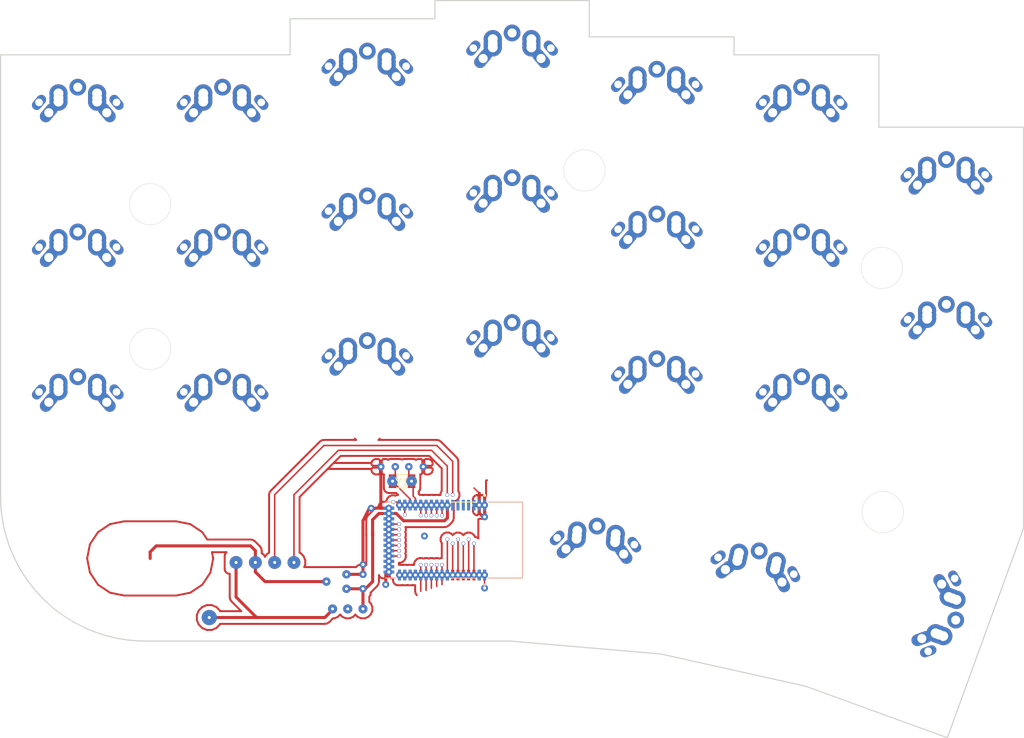
<source format=kicad_pcb>
(kicad_pcb (version 20171130) (host pcbnew 5.1.9-73d0e3b20d~88~ubuntu16.04.1)
  (layers (0 F.Cu signal) (31 B.Cu signal) (34 B.Paste user) (35 F.Paste user) (36 B.SilkS user) (37 F.SilkS user) (38 B.Mask user) (39 F.Mask user) (44 Edge.Cuts user))
  (net 0 "")
  (net 1 GND)
  (net 2 "Net-(SW1-Pad1)")
  (net 3 "Net-(SW2-Pad1)")
  (net 4 "Net-(SW3-Pad1)")
  (net 5 "Net-(SW4-Pad1)")
  (net 6 "Net-(SW5-Pad1)")
  (net 7 "Net-(SW6-Pad1)")
  (net 8 "Net-(SW7-Pad1)")
  (net 9 "Net-(SW8-Pad1)")
  (net 10 "Net-(SW9-Pad1)")
  (net 11 "Net-(SW10-Pad1)")
  (net 12 "Net-(SW11-Pad1)")
  (net 13 "Net-(SW12-Pad1)")
  (net 14 "Net-(SW13-Pad1)")
  (net 15 "Net-(SW14-Pad1)")
  (net 16 "Net-(SW15-Pad1)")
  (net 17 "Net-(SW16-Pad1)")
  (net 18 "Net-(SW17-Pad1)")
  (net 19 "Net-(SW18-Pad1)")
  (net 20 "Net-(SW19-Pad1)")
  (net 21 "Net-(SW20-Pad1)")
  (net 22 "Net-(SW21-Pad1)")
  (net 23 "Net-(SW22-Pad1)")
  (net 24 "Net-(SW23-Pad1)")
  (net 25 "Net-(U1-Pad12)")
  (net 26 "Net-(U1-Pad27)")
  (net 27 "Net-(U1-Pad28)")
  (net 28 "Net-(U1-Pad29)")
  (net 29 "Net-(U1-Pad16)")
  (net 30 "Net-(U1-Pad18)")
  (net 31 "Net-(U1-Pad15)")
  (net 32 "Net-(U1-Pad14)")
  (net 33 "Net-(U1-Pad30)")
  (net 34 "Net-(U1-Pad31)")
  (net 35 "Net-(U1-Pad32)")
  (net 36 "Net-(U1-Pad33)")
  (net 37 "Net-(U1-Pad34)")
  (net 38 "Net-(U1-Pad35)")
  (net 39 "Net-(U1-Pad36)")
  (net 40 "Net-(U1-Pad37)")
  (net 41 "Net-(U1-Pad38)")
  (net 42 "Net-(U1-Pad39)")
  (net 43 "Net-(U1-Pad40)")
  (net 44 "Net-(U1-Pad41)")
  (net 45 "Net-(U1-Pad1)")
  (net 46 "Net-(U1-Pad10)")
  (net 47 "Net-(U1-Pad11)")
  (net 48 "Net-(U1-Pad9)")
  (net 49 "Net-(U1-Pad8)")
  (net 50 "Net-(U1-Pad7)")
  (net 51 "Net-(U1-Pad6)")
  (net 52 "Net-(U1-Pad5)")
  (net 53 "Net-(U1-Pad4)")
  (net 54 "Net-(U1-Pad3)")
  (net 55 "Net-(U1-Pad20)")
  (net 56 "Net-(U1-Pad19)")
  (net 57 "Net-(U1-Pad21)")
  (net 58 "Net-(U1-Pad17)")
  (net 59 "Net-(U1-Pad22)")
  (net 60 "Net-(U1-Pad23)")
  (net 61 "Net-(U1-Pad24)")
  (net 62 "Net-(U1-Pad26)")
  (net 63 "Net-(U2-Pad12)")
  (net 64 "Net-(U2-Pad27)")
  (net 65 "Net-(U2-Pad28)")
  (net 66 "Net-(U2-Pad29)")
  (net 67 "Net-(U2-Pad16)")
  (net 68 "Net-(U2-Pad18)")
  (net 69 "Net-(U2-Pad15)")
  (net 70 "Net-(U2-Pad14)")
  (net 71 "Net-(U2-Pad30)")
  (net 72 "Net-(U2-Pad31)")
  (net 73 "Net-(U2-Pad32)")
  (net 74 "Net-(U2-Pad33)")
  (net 75 "Net-(U2-Pad34)")
  (net 76 "Net-(U2-Pad35)")
  (net 77 "Net-(U2-Pad36)")
  (net 78 "Net-(U2-Pad37)")
  (net 79 "Net-(U2-Pad38)")
  (net 80 "Net-(U2-Pad39)")
  (net 81 "Net-(U2-Pad40)")
  (net 82 "Net-(U2-Pad41)")
  (net 83 "Net-(U2-Pad1)")
  (net 84 "Net-(U2-Pad10)")
  (net 85 "Net-(U2-Pad11)")
  (net 86 "Net-(U2-Pad9)")
  (net 87 "Net-(U2-Pad8)")
  (net 88 "Net-(U2-Pad7)")
  (net 89 "Net-(U2-Pad6)")
  (net 90 "Net-(U2-Pad5)")
  (net 91 "Net-(U2-Pad4)")
  (net 92 "Net-(U2-Pad3)")
  (net 93 "Net-(U2-Pad20)")
  (net 94 "Net-(U2-Pad19)")
  (net 95 "Net-(U2-Pad21)")
  (net 96 "Net-(U2-Pad17)")
  (net 97 "Net-(U2-Pad22)")
  (net 98 "Net-(U2-Pad23)")
  (net 99 "Net-(U2-Pad24)")
  (net 100 "Net-(U2-Pad26)")
  (net 101 "Net-(Y1-Pad2)")
  (net 102 "Net-(Y1-Pad1)")
  (module Crystal:Crystal_SMD_3215-2Pin_3.2x1.5mm (layer F.Cu) (at 109.347 110.0836)
    (fp_text reference Y1 (at 0 0.1524) (layer F.SilkS))
    (fp_text value Crystal_Small)
    (pad 2 smd rect (at -1.25 0) (size 1 1.8) (layers F.Cu F.Paste F.Mask) (net 101 "Net-(Y1-Pad2)"))
    (pad 1 smd rect (at 1.25 0) (size 1 1.8) (layers F.Cu F.Paste F.Mask) (net 102 "Net-(Y1-Pad1)"))
  )
  (module fruitkt:MDBT40-256RV3 (layer B.Cu) (at 116.20584 117.8332 90)
    (fp_text reference U2)
    (fp_text value MDBT40-256RV3)
    (pad 12 smd rect (at -4.6 -7.2 90) (size 1.4 0.4) (layers B.Cu B.Paste B.Mask) (net 63 "Net-(U2-Pad12)"))
    (pad 27 smd rect (at 4.6 -6.5 90) (size 1.4 0.4) (layers B.Cu B.Paste B.Mask) (net 64 "Net-(U2-Pad27)"))
    (pad 28 smd rect (at 4.6 -5.8 90) (size 1.4 0.4) (layers B.Cu B.Paste B.Mask) (net 65 "Net-(U2-Pad28)"))
    (pad 29 smd rect (at 4.6 -5.1 90) (size 1.4 0.4) (layers B.Cu B.Paste B.Mask) (net 66 "Net-(U2-Pad29)"))
    (pad 16 smd rect (at -2.1 -8.6 90) (size 0.4 1.4) (layers B.Cu B.Paste B.Mask) (net 67 "Net-(U2-Pad16)"))
    (pad 18 smd rect (at -0.7 -8.6 90) (size 0.4 1.4) (layers B.Cu B.Paste B.Mask) (net 68 "Net-(U2-Pad18)"))
    (pad 15 smd rect (at -2.8 -8.6 90) (size 0.4 1.4) (layers B.Cu B.Paste B.Mask) (net 69 "Net-(U2-Pad15)"))
    (pad 14 smd rect (at -3.5 -8.6 90) (size 0.4 1.4) (layers B.Cu B.Paste B.Mask) (net 70 "Net-(U2-Pad14)"))
    (pad 30 smd rect (at 4.6 -4.4 90) (size 1.4 0.4) (layers B.Cu B.Paste B.Mask) (net 71 "Net-(U2-Pad30)"))
    (pad 31 smd rect (at 4.6 -3.7 90) (size 1.4 0.4) (layers B.Cu B.Paste B.Mask) (net 72 "Net-(U2-Pad31)"))
    (pad 32 smd rect (at 4.6 -3 90) (size 1.4 0.4) (layers B.Cu B.Paste B.Mask) (net 73 "Net-(U2-Pad32)"))
    (pad 33 smd rect (at 4.6 -2.3 90) (size 1.4 0.4) (layers B.Cu B.Paste B.Mask) (net 74 "Net-(U2-Pad33)"))
    (pad 34 smd rect (at 4.6 -1.6 90) (size 1.4 0.4) (layers B.Cu B.Paste B.Mask) (net 75 "Net-(U2-Pad34)"))
    (pad 35 smd rect (at 4.6 -0.9 90) (size 1.4 0.4) (layers B.Cu B.Paste B.Mask) (net 76 "Net-(U2-Pad35)"))
    (pad 36 smd rect (at 4.6 -0.2 90) (size 1.4 0.4) (layers B.Cu B.Paste B.Mask) (net 77 "Net-(U2-Pad36)"))
    (pad 37 smd rect (at 4.6 0.5 90) (size 1.4 0.4) (layers B.Cu B.Paste B.Mask) (net 78 "Net-(U2-Pad37)"))
    (pad 38 smd rect (at 4.6 1.2 90) (size 1.4 0.4) (layers B.Cu B.Paste B.Mask) (net 79 "Net-(U2-Pad38)"))
    (pad 39 smd rect (at 4.6 1.9 90) (size 1.4 0.4) (layers B.Cu B.Paste B.Mask) (net 80 "Net-(U2-Pad39)"))
    (pad 40 smd rect (at 4.6 2.6 90) (size 1.4 0.4) (layers B.Cu B.Paste B.Mask) (net 81 "Net-(U2-Pad40)"))
    (pad 41 smd rect (at 4.6 3.3 90) (size 1.4 0.4) (layers B.Cu B.Paste B.Mask) (net 82 "Net-(U2-Pad41)"))
    (pad 42 smd rect (at 4.6 4 90) (size 1.4 0.4) (layers B.Cu B.Paste B.Mask) (net 83 "Net-(U2-Pad1)"))
    (pad 10 smd rect (at -4.6 -5.8 90) (size 1.4 0.4) (layers B.Cu B.Paste B.Mask) (net 84 "Net-(U2-Pad10)"))
    (pad 11 smd rect (at -4.6 -6.5 90) (size 1.4 0.4) (layers B.Cu B.Paste B.Mask) (net 85 "Net-(U2-Pad11)"))
    (pad 13 smd rect (at -4.2 -8.6 90) (size 0.4 1.4) (layers B.Cu B.Paste B.Mask) (net 83 "Net-(U2-Pad1)"))
    (pad 9 smd rect (at -4.6 -5.1 90) (size 1.4 0.4) (layers B.Cu B.Paste B.Mask) (net 86 "Net-(U2-Pad9)"))
    (pad 8 smd rect (at -4.6 -4.4 90) (size 1.4 0.4) (layers B.Cu B.Paste B.Mask) (net 87 "Net-(U2-Pad8)"))
    (pad 7 smd rect (at -4.6 -3.7 90) (size 1.4 0.4) (layers B.Cu B.Paste B.Mask) (net 88 "Net-(U2-Pad7)"))
    (pad 6 smd rect (at -4.6 -3 90) (size 1.4 0.4) (layers B.Cu B.Paste B.Mask) (net 89 "Net-(U2-Pad6)"))
    (pad 5 smd rect (at -4.6 -2.3 90) (size 1.4 0.4) (layers B.Cu B.Paste B.Mask) (net 90 "Net-(U2-Pad5)"))
    (pad 4 smd rect (at -4.6 -1.6 90) (size 1.4 0.4) (layers B.Cu B.Paste B.Mask) (net 91 "Net-(U2-Pad4)"))
    (pad 3 smd rect (at -4.6 -0.9 90) (size 1.4 0.4) (layers B.Cu B.Paste B.Mask) (net 92 "Net-(U2-Pad3)"))
    (pad 2 smd rect (at -4.6 3.3 90) (size 1.4 0.4) (layers B.Cu B.Paste B.Mask) (net 83 "Net-(U2-Pad1)"))
    (pad 1 smd rect (at -4.6 4 90) (size 1.4 0.4) (layers B.Cu B.Paste B.Mask) (net 83 "Net-(U2-Pad1)"))
    (pad 20 smd rect (at 0.7 -8.6 90) (size 0.4 1.4) (layers B.Cu B.Paste B.Mask) (net 93 "Net-(U2-Pad20)"))
    (pad 19 smd rect (at 0 -8.6 90) (size 0.4 1.4) (layers B.Cu B.Paste B.Mask) (net 94 "Net-(U2-Pad19)"))
    (pad 21 smd rect (at 1.4 -8.6 90) (size 0.4 1.4) (layers B.Cu B.Paste B.Mask) (net 95 "Net-(U2-Pad21)"))
    (pad 17 smd rect (at -1.4 -8.6 90) (size 0.4 1.4) (layers B.Cu B.Paste B.Mask) (net 96 "Net-(U2-Pad17)"))
    (pad 22 smd rect (at 2.1 -8.6 90) (size 0.4 1.4) (layers B.Cu B.Paste B.Mask) (net 97 "Net-(U2-Pad22)"))
    (pad 23 smd rect (at 2.8 -8.6 90) (size 0.4 1.4) (layers B.Cu B.Paste B.Mask) (net 98 "Net-(U2-Pad23)"))
    (pad 24 smd rect (at 3.5 -8.6 90) (size 0.4 1.4) (layers B.Cu B.Paste B.Mask) (net 99 "Net-(U2-Pad24)"))
    (pad 25 smd rect (at 4.2 -8.6 90) (size 0.4 1.4) (layers B.Cu B.Paste B.Mask) (net 83 "Net-(U2-Pad1)"))
    (pad 26 smd rect (at 4.6 -7.2 90) (size 1.4 0.4) (layers B.Cu B.Paste B.Mask) (net 100 "Net-(U2-Pad26)"))
  )
  (module fruitkt:MDBT40-256RV3 (layer F.Cu) (at 116.20584 117.8332 270)
    (fp_text reference U1)
    (fp_text value MDBT40-256RV3)
    (pad 12 smd rect (at -4.6 7.2 270) (size 1.4 0.4) (layers F.Cu F.Paste F.Mask) (net 25 "Net-(U1-Pad12)"))
    (pad 27 smd rect (at 4.6 6.5 270) (size 1.4 0.4) (layers F.Cu F.Paste F.Mask) (net 26 "Net-(U1-Pad27)"))
    (pad 28 smd rect (at 4.6 5.8 270) (size 1.4 0.4) (layers F.Cu F.Paste F.Mask) (net 27 "Net-(U1-Pad28)"))
    (pad 29 smd rect (at 4.6 5.1 270) (size 1.4 0.4) (layers F.Cu F.Paste F.Mask) (net 28 "Net-(U1-Pad29)"))
    (pad 16 smd rect (at -2.1 8.6 270) (size 0.4 1.4) (layers F.Cu F.Paste F.Mask) (net 29 "Net-(U1-Pad16)"))
    (pad 18 smd rect (at -0.7 8.6 270) (size 0.4 1.4) (layers F.Cu F.Paste F.Mask) (net 30 "Net-(U1-Pad18)"))
    (pad 15 smd rect (at -2.8 8.6 270) (size 0.4 1.4) (layers F.Cu F.Paste F.Mask) (net 31 "Net-(U1-Pad15)"))
    (pad 14 smd rect (at -3.5 8.6 270) (size 0.4 1.4) (layers F.Cu F.Paste F.Mask) (net 32 "Net-(U1-Pad14)"))
    (pad 30 smd rect (at 4.6 4.4 270) (size 1.4 0.4) (layers F.Cu F.Paste F.Mask) (net 33 "Net-(U1-Pad30)"))
    (pad 31 smd rect (at 4.6 3.7 270) (size 1.4 0.4) (layers F.Cu F.Paste F.Mask) (net 34 "Net-(U1-Pad31)"))
    (pad 32 smd rect (at 4.6 3 270) (size 1.4 0.4) (layers F.Cu F.Paste F.Mask) (net 35 "Net-(U1-Pad32)"))
    (pad 33 smd rect (at 4.6 2.3 270) (size 1.4 0.4) (layers F.Cu F.Paste F.Mask) (net 36 "Net-(U1-Pad33)"))
    (pad 34 smd rect (at 4.6 1.6 270) (size 1.4 0.4) (layers F.Cu F.Paste F.Mask) (net 37 "Net-(U1-Pad34)"))
    (pad 35 smd rect (at 4.6 0.9 270) (size 1.4 0.4) (layers F.Cu F.Paste F.Mask) (net 38 "Net-(U1-Pad35)"))
    (pad 36 smd rect (at 4.6 0.2 270) (size 1.4 0.4) (layers F.Cu F.Paste F.Mask) (net 39 "Net-(U1-Pad36)"))
    (pad 37 smd rect (at 4.6 -0.5 270) (size 1.4 0.4) (layers F.Cu F.Paste F.Mask) (net 40 "Net-(U1-Pad37)"))
    (pad 38 smd rect (at 4.6 -1.2 270) (size 1.4 0.4) (layers F.Cu F.Paste F.Mask) (net 41 "Net-(U1-Pad38)"))
    (pad 39 smd rect (at 4.6 -1.9 270) (size 1.4 0.4) (layers F.Cu F.Paste F.Mask) (net 42 "Net-(U1-Pad39)"))
    (pad 40 smd rect (at 4.6 -2.6 270) (size 1.4 0.4) (layers F.Cu F.Paste F.Mask) (net 43 "Net-(U1-Pad40)"))
    (pad 41 smd rect (at 4.6 -3.3 270) (size 1.4 0.4) (layers F.Cu F.Paste F.Mask) (net 44 "Net-(U1-Pad41)"))
    (pad 42 smd rect (at 4.6 -4 270) (size 1.4 0.4) (layers F.Cu F.Paste F.Mask) (net 45 "Net-(U1-Pad1)"))
    (pad 10 smd rect (at -4.6 5.8 270) (size 1.4 0.4) (layers F.Cu F.Paste F.Mask) (net 46 "Net-(U1-Pad10)"))
    (pad 11 smd rect (at -4.6 6.5 270) (size 1.4 0.4) (layers F.Cu F.Paste F.Mask) (net 47 "Net-(U1-Pad11)"))
    (pad 13 smd rect (at -4.2 8.6 270) (size 0.4 1.4) (layers F.Cu F.Paste F.Mask) (net 45 "Net-(U1-Pad1)"))
    (pad 9 smd rect (at -4.6 5.1 270) (size 1.4 0.4) (layers F.Cu F.Paste F.Mask) (net 48 "Net-(U1-Pad9)"))
    (pad 8 smd rect (at -4.6 4.4 270) (size 1.4 0.4) (layers F.Cu F.Paste F.Mask) (net 49 "Net-(U1-Pad8)"))
    (pad 7 smd rect (at -4.6 3.7 270) (size 1.4 0.4) (layers F.Cu F.Paste F.Mask) (net 50 "Net-(U1-Pad7)"))
    (pad 6 smd rect (at -4.6 3 270) (size 1.4 0.4) (layers F.Cu F.Paste F.Mask) (net 51 "Net-(U1-Pad6)"))
    (pad 5 smd rect (at -4.6 2.3 270) (size 1.4 0.4) (layers F.Cu F.Paste F.Mask) (net 52 "Net-(U1-Pad5)"))
    (pad 4 smd rect (at -4.6 1.6 270) (size 1.4 0.4) (layers F.Cu F.Paste F.Mask) (net 53 "Net-(U1-Pad4)"))
    (pad 3 smd rect (at -4.6 0.9 270) (size 1.4 0.4) (layers F.Cu F.Paste F.Mask) (net 54 "Net-(U1-Pad3)"))
    (pad 2 smd rect (at -4.6 -3.3 270) (size 1.4 0.4) (layers F.Cu F.Paste F.Mask) (net 45 "Net-(U1-Pad1)"))
    (pad 1 smd rect (at -4.6 -4 270) (size 1.4 0.4) (layers F.Cu F.Paste F.Mask) (net 45 "Net-(U1-Pad1)"))
    (pad 20 smd rect (at 0.7 8.6 270) (size 0.4 1.4) (layers F.Cu F.Paste F.Mask) (net 55 "Net-(U1-Pad20)"))
    (pad 19 smd rect (at 0 8.6 270) (size 0.4 1.4) (layers F.Cu F.Paste F.Mask) (net 56 "Net-(U1-Pad19)"))
    (pad 21 smd rect (at 1.4 8.6 270) (size 0.4 1.4) (layers F.Cu F.Paste F.Mask) (net 57 "Net-(U1-Pad21)"))
    (pad 17 smd rect (at -1.4 8.6 270) (size 0.4 1.4) (layers F.Cu F.Paste F.Mask) (net 58 "Net-(U1-Pad17)"))
    (pad 22 smd rect (at 2.1 8.6 270) (size 0.4 1.4) (layers F.Cu F.Paste F.Mask) (net 59 "Net-(U1-Pad22)"))
    (pad 23 smd rect (at 2.8 8.6 270) (size 0.4 1.4) (layers F.Cu F.Paste F.Mask) (net 60 "Net-(U1-Pad23)"))
    (pad 24 smd rect (at 3.5 8.6 270) (size 0.4 1.4) (layers F.Cu F.Paste F.Mask) (net 61 "Net-(U1-Pad24)"))
    (pad 25 smd rect (at 4.2 8.6 270) (size 0.4 1.4) (layers F.Cu F.Paste F.Mask) (net 45 "Net-(U1-Pad1)"))
    (pad 26 smd rect (at 4.6 7.2 270) (size 1.4 0.4) (layers F.Cu F.Paste F.Mask) (net 62 "Net-(U1-Pad26)"))
  )
  (module MX-Flip:SW-1u-Aps-Split (layer F.Cu) (at 176.657 126.3396 250)
    (fp_text reference SW23)
    (fp_text value " ")
    (pad 2 thru_hole oval (at 5.1 -3.9 200) (size 2.2 1.25) (drill 1) (layers *.Cu *.Mask) (net 1 GND))
    (pad 2 thru_hole oval (at -3.81 -2.54 300) (size 2.8 1.55) (drill 1.2) (layers *.Cu *.Mask) (net 1 GND))
    (pad "" np_thru_hole circle (at -5.08 0 250) (size 1.7 1.7) (drill 1.7) (layers *.Cu *.Mask))
    (pad "" np_thru_hole circle (at 5.22 4.2 250) (size 1 1) (drill 1) (layers *.Cu *.Mask))
    (pad "" np_thru_hole circle (at 5.08 0 250) (size 1.7 1.7) (drill 1.7) (layers *.Cu *.Mask))
    (pad 2 thru_hole circle (at -2.54 -4.5 250) (size 2.4 2.4) (drill 1.3) (layers *.Cu *.Mask) (net 1 GND))
    (pad 1 thru_hole oval (at 3.81 -2.54 200) (size 2.8 1.55) (drill 1.2) (layers *.Cu *.Mask) (net 24 "Net-(SW23-Pad1)"))
    (pad 2 thru_hole circle (at -2.54 -5.08 250) (size 2.4 2.4) (drill 1.3) (layers *.Cu *.Mask) (net 1 GND))
    (pad "" np_thru_hole circle (at -5.22 4.2 250) (size 1 1) (drill 1) (layers *.Cu *.Mask))
    (pad 2 thru_hole circle (at -2.54 -4 250) (size 2.4 2.4) (drill 1.3) (layers *.Cu *.Mask) (net 1 GND))
    (pad 2 thru_hole oval (at -5.1 -3.9 300) (size 2.2 1.25) (drill 1) (layers *.Cu *.Mask) (net 1 GND))
    (pad "" np_thru_hole circle (at 5.5 0 340) (size 1.9 1.9) (drill 1.9) (layers *.Cu *.Mask))
    (pad "" np_thru_hole circle (at -5.5 0 340) (size 1.9 1.9) (drill 1.9) (layers *.Cu *.Mask))
    (pad "" np_thru_hole circle (at 0 0 340) (size 4 4) (drill 4) (layers *.Cu *.Mask))
    (pad 1 thru_hole circle (at 2.54 -5.08 250) (size 2.4 2.4) (drill 1.3) (layers *.Cu *.Mask) (net 24 "Net-(SW23-Pad1)"))
    (pad 1 thru_hole circle (at 0 -5.9 340) (size 2.2 2.2) (drill 1.2) (layers *.Cu *.Mask) (net 24 "Net-(SW23-Pad1)"))
    (pad 1 thru_hole circle (at 2.54 -4.5 250) (size 2.4 2.4) (drill 1.3) (layers *.Cu *.Mask) (net 24 "Net-(SW23-Pad1)"))
    (pad 1 thru_hole circle (at 2.54 -4 250) (size 2.4 2.4) (drill 1.3) (layers *.Cu *.Mask) (net 24 "Net-(SW23-Pad1)"))
  )
  (module MX-Flip:SW-1u-Aps-Split (layer F.Cu) (at 155.067 125.0188 347.5)
    (fp_text reference SW22)
    (fp_text value " ")
    (pad 2 thru_hole oval (at 5.1 -3.9 297.5) (size 2.2 1.25) (drill 1) (layers *.Cu *.Mask) (net 1 GND))
    (pad 2 thru_hole oval (at -3.81 -2.54 37.5) (size 2.8 1.55) (drill 1.2) (layers *.Cu *.Mask) (net 1 GND))
    (pad "" np_thru_hole circle (at -5.08 0 347.5) (size 1.7 1.7) (drill 1.7) (layers *.Cu *.Mask))
    (pad "" np_thru_hole circle (at 5.22 4.2 347.5) (size 1 1) (drill 1) (layers *.Cu *.Mask))
    (pad "" np_thru_hole circle (at 5.08 0 347.5) (size 1.7 1.7) (drill 1.7) (layers *.Cu *.Mask))
    (pad 2 thru_hole circle (at -2.54 -4.5 347.5) (size 2.4 2.4) (drill 1.3) (layers *.Cu *.Mask) (net 1 GND))
    (pad 1 thru_hole oval (at 3.81 -2.54 297.5) (size 2.8 1.55) (drill 1.2) (layers *.Cu *.Mask) (net 23 "Net-(SW22-Pad1)"))
    (pad 2 thru_hole circle (at -2.54 -5.08 347.5) (size 2.4 2.4) (drill 1.3) (layers *.Cu *.Mask) (net 1 GND))
    (pad "" np_thru_hole circle (at -5.22 4.2 347.5) (size 1 1) (drill 1) (layers *.Cu *.Mask))
    (pad 2 thru_hole circle (at -2.54 -4 347.5) (size 2.4 2.4) (drill 1.3) (layers *.Cu *.Mask) (net 1 GND))
    (pad 2 thru_hole oval (at -5.1 -3.9 37.5) (size 2.2 1.25) (drill 1) (layers *.Cu *.Mask) (net 1 GND))
    (pad "" np_thru_hole circle (at 5.5 0 77.5) (size 1.9 1.9) (drill 1.9) (layers *.Cu *.Mask))
    (pad "" np_thru_hole circle (at -5.5 0 77.5) (size 1.9 1.9) (drill 1.9) (layers *.Cu *.Mask))
    (pad "" np_thru_hole circle (at 0 0 77.5) (size 4 4) (drill 4) (layers *.Cu *.Mask))
    (pad 1 thru_hole circle (at 2.54 -5.08 347.5) (size 2.4 2.4) (drill 1.3) (layers *.Cu *.Mask) (net 23 "Net-(SW22-Pad1)"))
    (pad 1 thru_hole circle (at 0 -5.9 77.5) (size 2.2 2.2) (drill 1.2) (layers *.Cu *.Mask) (net 23 "Net-(SW22-Pad1)"))
    (pad 1 thru_hole circle (at 2.54 -4.5 347.5) (size 2.4 2.4) (drill 1.3) (layers *.Cu *.Mask) (net 23 "Net-(SW22-Pad1)"))
    (pad 1 thru_hole circle (at 2.54 -4 347.5) (size 2.4 2.4) (drill 1.3) (layers *.Cu *.Mask) (net 23 "Net-(SW22-Pad1)"))
  )
  (module MX-Flip:SW-1u-Aps-Split (layer F.Cu) (at 134.493 121.869214 355)
    (fp_text reference SW21)
    (fp_text value " ")
    (pad 2 thru_hole oval (at 5.1 -3.9 305) (size 2.2 1.25) (drill 1) (layers *.Cu *.Mask) (net 1 GND))
    (pad 2 thru_hole oval (at -3.81 -2.54 45) (size 2.8 1.55) (drill 1.2) (layers *.Cu *.Mask) (net 1 GND))
    (pad "" np_thru_hole circle (at -5.08 0 355) (size 1.7 1.7) (drill 1.7) (layers *.Cu *.Mask))
    (pad "" np_thru_hole circle (at 5.22 4.2 355) (size 1 1) (drill 1) (layers *.Cu *.Mask))
    (pad "" np_thru_hole circle (at 5.08 0 355) (size 1.7 1.7) (drill 1.7) (layers *.Cu *.Mask))
    (pad 2 thru_hole circle (at -2.54 -4.5 355) (size 2.4 2.4) (drill 1.3) (layers *.Cu *.Mask) (net 1 GND))
    (pad 1 thru_hole oval (at 3.81 -2.54 305) (size 2.8 1.55) (drill 1.2) (layers *.Cu *.Mask) (net 22 "Net-(SW21-Pad1)"))
    (pad 2 thru_hole circle (at -2.54 -5.08 355) (size 2.4 2.4) (drill 1.3) (layers *.Cu *.Mask) (net 1 GND))
    (pad "" np_thru_hole circle (at -5.22 4.2 355) (size 1 1) (drill 1) (layers *.Cu *.Mask))
    (pad 2 thru_hole circle (at -2.54 -4 355) (size 2.4 2.4) (drill 1.3) (layers *.Cu *.Mask) (net 1 GND))
    (pad 2 thru_hole oval (at -5.1 -3.9 45) (size 2.2 1.25) (drill 1) (layers *.Cu *.Mask) (net 1 GND))
    (pad "" np_thru_hole circle (at 5.5 0 85) (size 1.9 1.9) (drill 1.9) (layers *.Cu *.Mask))
    (pad "" np_thru_hole circle (at -5.5 0 85) (size 1.9 1.9) (drill 1.9) (layers *.Cu *.Mask))
    (pad "" np_thru_hole circle (at 0 0 85) (size 4 4) (drill 4) (layers *.Cu *.Mask))
    (pad 1 thru_hole circle (at 2.54 -5.08 355) (size 2.4 2.4) (drill 1.3) (layers *.Cu *.Mask) (net 22 "Net-(SW21-Pad1)"))
    (pad 1 thru_hole circle (at 0 -5.9 85) (size 2.2 2.2) (drill 1.2) (layers *.Cu *.Mask) (net 22 "Net-(SW21-Pad1)"))
    (pad 1 thru_hole circle (at 2.54 -4.5 355) (size 2.4 2.4) (drill 1.3) (layers *.Cu *.Mask) (net 22 "Net-(SW21-Pad1)"))
    (pad 1 thru_hole circle (at 2.54 -4 355) (size 2.4 2.4) (drill 1.3) (layers *.Cu *.Mask) (net 22 "Net-(SW21-Pad1)"))
  )
  (module MX-Flip:SW-1u-Aps-Split (layer F.Cu) (at 161.925 102.235)
    (fp_text reference SW20)
    (fp_text value " ")
    (pad 2 thru_hole oval (at 5.1 -3.9 310) (size 2.2 1.25) (drill 1) (layers *.Cu *.Mask) (net 1 GND))
    (pad 2 thru_hole oval (at -3.81 -2.54 50) (size 2.8 1.55) (drill 1.2) (layers *.Cu *.Mask) (net 1 GND))
    (pad "" np_thru_hole circle (at -5.08 0) (size 1.7 1.7) (drill 1.7) (layers *.Cu *.Mask))
    (pad "" np_thru_hole circle (at 5.22 4.2) (size 1 1) (drill 1) (layers *.Cu *.Mask))
    (pad "" np_thru_hole circle (at 5.08 0) (size 1.7 1.7) (drill 1.7) (layers *.Cu *.Mask))
    (pad 2 thru_hole circle (at -2.54 -4.5) (size 2.4 2.4) (drill 1.3) (layers *.Cu *.Mask) (net 1 GND))
    (pad 1 thru_hole oval (at 3.81 -2.54 310) (size 2.8 1.55) (drill 1.2) (layers *.Cu *.Mask) (net 21 "Net-(SW20-Pad1)"))
    (pad 2 thru_hole circle (at -2.54 -5.08) (size 2.4 2.4) (drill 1.3) (layers *.Cu *.Mask) (net 1 GND))
    (pad "" np_thru_hole circle (at -5.22 4.2) (size 1 1) (drill 1) (layers *.Cu *.Mask))
    (pad 2 thru_hole circle (at -2.54 -4) (size 2.4 2.4) (drill 1.3) (layers *.Cu *.Mask) (net 1 GND))
    (pad 2 thru_hole oval (at -5.1 -3.9 50) (size 2.2 1.25) (drill 1) (layers *.Cu *.Mask) (net 1 GND))
    (pad "" np_thru_hole circle (at 5.5 0 90) (size 1.9 1.9) (drill 1.9) (layers *.Cu *.Mask))
    (pad "" np_thru_hole circle (at -5.5 0 90) (size 1.9 1.9) (drill 1.9) (layers *.Cu *.Mask))
    (pad "" np_thru_hole circle (at 0 0 90) (size 4 4) (drill 4) (layers *.Cu *.Mask))
    (pad 1 thru_hole circle (at 2.54 -5.08) (size 2.4 2.4) (drill 1.3) (layers *.Cu *.Mask) (net 21 "Net-(SW20-Pad1)"))
    (pad 1 thru_hole circle (at 0 -5.9 90) (size 2.2 2.2) (drill 1.2) (layers *.Cu *.Mask) (net 21 "Net-(SW20-Pad1)"))
    (pad 1 thru_hole circle (at 2.54 -4.5) (size 2.4 2.4) (drill 1.3) (layers *.Cu *.Mask) (net 21 "Net-(SW20-Pad1)"))
    (pad 1 thru_hole circle (at 2.54 -4) (size 2.4 2.4) (drill 1.3) (layers *.Cu *.Mask) (net 21 "Net-(SW20-Pad1)"))
  )
  (module MX-Flip:SW-1u-Aps-Split (layer F.Cu) (at 142.875 99.8728)
    (fp_text reference SW19)
    (fp_text value " ")
    (pad 2 thru_hole oval (at 5.1 -3.9 310) (size 2.2 1.25) (drill 1) (layers *.Cu *.Mask) (net 1 GND))
    (pad 2 thru_hole oval (at -3.81 -2.54 50) (size 2.8 1.55) (drill 1.2) (layers *.Cu *.Mask) (net 1 GND))
    (pad "" np_thru_hole circle (at -5.08 0) (size 1.7 1.7) (drill 1.7) (layers *.Cu *.Mask))
    (pad "" np_thru_hole circle (at 5.22 4.2) (size 1 1) (drill 1) (layers *.Cu *.Mask))
    (pad "" np_thru_hole circle (at 5.08 0) (size 1.7 1.7) (drill 1.7) (layers *.Cu *.Mask))
    (pad 2 thru_hole circle (at -2.54 -4.5) (size 2.4 2.4) (drill 1.3) (layers *.Cu *.Mask) (net 1 GND))
    (pad 1 thru_hole oval (at 3.81 -2.54 310) (size 2.8 1.55) (drill 1.2) (layers *.Cu *.Mask) (net 20 "Net-(SW19-Pad1)"))
    (pad 2 thru_hole circle (at -2.54 -5.08) (size 2.4 2.4) (drill 1.3) (layers *.Cu *.Mask) (net 1 GND))
    (pad "" np_thru_hole circle (at -5.22 4.2) (size 1 1) (drill 1) (layers *.Cu *.Mask))
    (pad 2 thru_hole circle (at -2.54 -4) (size 2.4 2.4) (drill 1.3) (layers *.Cu *.Mask) (net 1 GND))
    (pad 2 thru_hole oval (at -5.1 -3.9 50) (size 2.2 1.25) (drill 1) (layers *.Cu *.Mask) (net 1 GND))
    (pad "" np_thru_hole circle (at 5.5 0 90) (size 1.9 1.9) (drill 1.9) (layers *.Cu *.Mask))
    (pad "" np_thru_hole circle (at -5.5 0 90) (size 1.9 1.9) (drill 1.9) (layers *.Cu *.Mask))
    (pad "" np_thru_hole circle (at 0 0 90) (size 4 4) (drill 4) (layers *.Cu *.Mask))
    (pad 1 thru_hole circle (at 2.54 -5.08) (size 2.4 2.4) (drill 1.3) (layers *.Cu *.Mask) (net 20 "Net-(SW19-Pad1)"))
    (pad 1 thru_hole circle (at 0 -5.9 90) (size 2.2 2.2) (drill 1.2) (layers *.Cu *.Mask) (net 20 "Net-(SW19-Pad1)"))
    (pad 1 thru_hole circle (at 2.54 -4.5) (size 2.4 2.4) (drill 1.3) (layers *.Cu *.Mask) (net 20 "Net-(SW19-Pad1)"))
    (pad 1 thru_hole circle (at 2.54 -4) (size 2.4 2.4) (drill 1.3) (layers *.Cu *.Mask) (net 20 "Net-(SW19-Pad1)"))
  )
  (module MX-Flip:SW-1u-Aps-Split (layer F.Cu) (at 123.825 95.0976)
    (fp_text reference SW18)
    (fp_text value " ")
    (pad 2 thru_hole oval (at 5.1 -3.9 310) (size 2.2 1.25) (drill 1) (layers *.Cu *.Mask) (net 1 GND))
    (pad 2 thru_hole oval (at -3.81 -2.54 50) (size 2.8 1.55) (drill 1.2) (layers *.Cu *.Mask) (net 1 GND))
    (pad "" np_thru_hole circle (at -5.08 0) (size 1.7 1.7) (drill 1.7) (layers *.Cu *.Mask))
    (pad "" np_thru_hole circle (at 5.22 4.2) (size 1 1) (drill 1) (layers *.Cu *.Mask))
    (pad "" np_thru_hole circle (at 5.08 0) (size 1.7 1.7) (drill 1.7) (layers *.Cu *.Mask))
    (pad 2 thru_hole circle (at -2.54 -4.5) (size 2.4 2.4) (drill 1.3) (layers *.Cu *.Mask) (net 1 GND))
    (pad 1 thru_hole oval (at 3.81 -2.54 310) (size 2.8 1.55) (drill 1.2) (layers *.Cu *.Mask) (net 19 "Net-(SW18-Pad1)"))
    (pad 2 thru_hole circle (at -2.54 -5.08) (size 2.4 2.4) (drill 1.3) (layers *.Cu *.Mask) (net 1 GND))
    (pad "" np_thru_hole circle (at -5.22 4.2) (size 1 1) (drill 1) (layers *.Cu *.Mask))
    (pad 2 thru_hole circle (at -2.54 -4) (size 2.4 2.4) (drill 1.3) (layers *.Cu *.Mask) (net 1 GND))
    (pad 2 thru_hole oval (at -5.1 -3.9 50) (size 2.2 1.25) (drill 1) (layers *.Cu *.Mask) (net 1 GND))
    (pad "" np_thru_hole circle (at 5.5 0 90) (size 1.9 1.9) (drill 1.9) (layers *.Cu *.Mask))
    (pad "" np_thru_hole circle (at -5.5 0 90) (size 1.9 1.9) (drill 1.9) (layers *.Cu *.Mask))
    (pad "" np_thru_hole circle (at 0 0 90) (size 4 4) (drill 4) (layers *.Cu *.Mask))
    (pad 1 thru_hole circle (at 2.54 -5.08) (size 2.4 2.4) (drill 1.3) (layers *.Cu *.Mask) (net 19 "Net-(SW18-Pad1)"))
    (pad 1 thru_hole circle (at 0 -5.9 90) (size 2.2 2.2) (drill 1.2) (layers *.Cu *.Mask) (net 19 "Net-(SW18-Pad1)"))
    (pad 1 thru_hole circle (at 2.54 -4.5) (size 2.4 2.4) (drill 1.3) (layers *.Cu *.Mask) (net 19 "Net-(SW18-Pad1)"))
    (pad 1 thru_hole circle (at 2.54 -4) (size 2.4 2.4) (drill 1.3) (layers *.Cu *.Mask) (net 19 "Net-(SW18-Pad1)"))
  )
  (module MX-Flip:SW-1u-Aps-Split (layer F.Cu) (at 104.775 97.4852)
    (fp_text reference SW17)
    (fp_text value " ")
    (pad 2 thru_hole oval (at 5.1 -3.9 310) (size 2.2 1.25) (drill 1) (layers *.Cu *.Mask) (net 1 GND))
    (pad 2 thru_hole oval (at -3.81 -2.54 50) (size 2.8 1.55) (drill 1.2) (layers *.Cu *.Mask) (net 1 GND))
    (pad "" np_thru_hole circle (at -5.08 0) (size 1.7 1.7) (drill 1.7) (layers *.Cu *.Mask))
    (pad "" np_thru_hole circle (at 5.22 4.2) (size 1 1) (drill 1) (layers *.Cu *.Mask))
    (pad "" np_thru_hole circle (at 5.08 0) (size 1.7 1.7) (drill 1.7) (layers *.Cu *.Mask))
    (pad 2 thru_hole circle (at -2.54 -4.5) (size 2.4 2.4) (drill 1.3) (layers *.Cu *.Mask) (net 1 GND))
    (pad 1 thru_hole oval (at 3.81 -2.54 310) (size 2.8 1.55) (drill 1.2) (layers *.Cu *.Mask) (net 18 "Net-(SW17-Pad1)"))
    (pad 2 thru_hole circle (at -2.54 -5.08) (size 2.4 2.4) (drill 1.3) (layers *.Cu *.Mask) (net 1 GND))
    (pad "" np_thru_hole circle (at -5.22 4.2) (size 1 1) (drill 1) (layers *.Cu *.Mask))
    (pad 2 thru_hole circle (at -2.54 -4) (size 2.4 2.4) (drill 1.3) (layers *.Cu *.Mask) (net 1 GND))
    (pad 2 thru_hole oval (at -5.1 -3.9 50) (size 2.2 1.25) (drill 1) (layers *.Cu *.Mask) (net 1 GND))
    (pad "" np_thru_hole circle (at 5.5 0 90) (size 1.9 1.9) (drill 1.9) (layers *.Cu *.Mask))
    (pad "" np_thru_hole circle (at -5.5 0 90) (size 1.9 1.9) (drill 1.9) (layers *.Cu *.Mask))
    (pad "" np_thru_hole circle (at 0 0 90) (size 4 4) (drill 4) (layers *.Cu *.Mask))
    (pad 1 thru_hole circle (at 2.54 -5.08) (size 2.4 2.4) (drill 1.3) (layers *.Cu *.Mask) (net 18 "Net-(SW17-Pad1)"))
    (pad 1 thru_hole circle (at 0 -5.9 90) (size 2.2 2.2) (drill 1.2) (layers *.Cu *.Mask) (net 18 "Net-(SW17-Pad1)"))
    (pad 1 thru_hole circle (at 2.54 -4.5) (size 2.4 2.4) (drill 1.3) (layers *.Cu *.Mask) (net 18 "Net-(SW17-Pad1)"))
    (pad 1 thru_hole circle (at 2.54 -4) (size 2.4 2.4) (drill 1.3) (layers *.Cu *.Mask) (net 18 "Net-(SW17-Pad1)"))
  )
  (module MX-Flip:SW-1u-Aps-Split (layer F.Cu) (at 85.725 102.235)
    (fp_text reference SW16)
    (fp_text value " ")
    (pad 2 thru_hole oval (at 5.1 -3.9 310) (size 2.2 1.25) (drill 1) (layers *.Cu *.Mask) (net 1 GND))
    (pad 2 thru_hole oval (at -3.81 -2.54 50) (size 2.8 1.55) (drill 1.2) (layers *.Cu *.Mask) (net 1 GND))
    (pad "" np_thru_hole circle (at -5.08 0) (size 1.7 1.7) (drill 1.7) (layers *.Cu *.Mask))
    (pad "" np_thru_hole circle (at 5.22 4.2) (size 1 1) (drill 1) (layers *.Cu *.Mask))
    (pad "" np_thru_hole circle (at 5.08 0) (size 1.7 1.7) (drill 1.7) (layers *.Cu *.Mask))
    (pad 2 thru_hole circle (at -2.54 -4.5) (size 2.4 2.4) (drill 1.3) (layers *.Cu *.Mask) (net 1 GND))
    (pad 1 thru_hole oval (at 3.81 -2.54 310) (size 2.8 1.55) (drill 1.2) (layers *.Cu *.Mask) (net 17 "Net-(SW16-Pad1)"))
    (pad 2 thru_hole circle (at -2.54 -5.08) (size 2.4 2.4) (drill 1.3) (layers *.Cu *.Mask) (net 1 GND))
    (pad "" np_thru_hole circle (at -5.22 4.2) (size 1 1) (drill 1) (layers *.Cu *.Mask))
    (pad 2 thru_hole circle (at -2.54 -4) (size 2.4 2.4) (drill 1.3) (layers *.Cu *.Mask) (net 1 GND))
    (pad 2 thru_hole oval (at -5.1 -3.9 50) (size 2.2 1.25) (drill 1) (layers *.Cu *.Mask) (net 1 GND))
    (pad "" np_thru_hole circle (at 5.5 0 90) (size 1.9 1.9) (drill 1.9) (layers *.Cu *.Mask))
    (pad "" np_thru_hole circle (at -5.5 0 90) (size 1.9 1.9) (drill 1.9) (layers *.Cu *.Mask))
    (pad "" np_thru_hole circle (at 0 0 90) (size 4 4) (drill 4) (layers *.Cu *.Mask))
    (pad 1 thru_hole circle (at 2.54 -5.08) (size 2.4 2.4) (drill 1.3) (layers *.Cu *.Mask) (net 17 "Net-(SW16-Pad1)"))
    (pad 1 thru_hole circle (at 0 -5.9 90) (size 2.2 2.2) (drill 1.2) (layers *.Cu *.Mask) (net 17 "Net-(SW16-Pad1)"))
    (pad 1 thru_hole circle (at 2.54 -4.5) (size 2.4 2.4) (drill 1.3) (layers *.Cu *.Mask) (net 17 "Net-(SW16-Pad1)"))
    (pad 1 thru_hole circle (at 2.54 -4) (size 2.4 2.4) (drill 1.3) (layers *.Cu *.Mask) (net 17 "Net-(SW16-Pad1)"))
  )
  (module MX-Flip:SW-1u-Aps-Split (layer F.Cu) (at 66.675 102.235)
    (fp_text reference SW15)
    (fp_text value " ")
    (pad 2 thru_hole oval (at 5.1 -3.9 310) (size 2.2 1.25) (drill 1) (layers *.Cu *.Mask) (net 1 GND))
    (pad 2 thru_hole oval (at -3.81 -2.54 50) (size 2.8 1.55) (drill 1.2) (layers *.Cu *.Mask) (net 1 GND))
    (pad "" np_thru_hole circle (at -5.08 0) (size 1.7 1.7) (drill 1.7) (layers *.Cu *.Mask))
    (pad "" np_thru_hole circle (at 5.22 4.2) (size 1 1) (drill 1) (layers *.Cu *.Mask))
    (pad "" np_thru_hole circle (at 5.08 0) (size 1.7 1.7) (drill 1.7) (layers *.Cu *.Mask))
    (pad 2 thru_hole circle (at -2.54 -4.5) (size 2.4 2.4) (drill 1.3) (layers *.Cu *.Mask) (net 1 GND))
    (pad 1 thru_hole oval (at 3.81 -2.54 310) (size 2.8 1.55) (drill 1.2) (layers *.Cu *.Mask) (net 16 "Net-(SW15-Pad1)"))
    (pad 2 thru_hole circle (at -2.54 -5.08) (size 2.4 2.4) (drill 1.3) (layers *.Cu *.Mask) (net 1 GND))
    (pad "" np_thru_hole circle (at -5.22 4.2) (size 1 1) (drill 1) (layers *.Cu *.Mask))
    (pad 2 thru_hole circle (at -2.54 -4) (size 2.4 2.4) (drill 1.3) (layers *.Cu *.Mask) (net 1 GND))
    (pad 2 thru_hole oval (at -5.1 -3.9 50) (size 2.2 1.25) (drill 1) (layers *.Cu *.Mask) (net 1 GND))
    (pad "" np_thru_hole circle (at 5.5 0 90) (size 1.9 1.9) (drill 1.9) (layers *.Cu *.Mask))
    (pad "" np_thru_hole circle (at -5.5 0 90) (size 1.9 1.9) (drill 1.9) (layers *.Cu *.Mask))
    (pad "" np_thru_hole circle (at 0 0 90) (size 4 4) (drill 4) (layers *.Cu *.Mask))
    (pad 1 thru_hole circle (at 2.54 -5.08) (size 2.4 2.4) (drill 1.3) (layers *.Cu *.Mask) (net 16 "Net-(SW15-Pad1)"))
    (pad 1 thru_hole circle (at 0 -5.9 90) (size 2.2 2.2) (drill 1.2) (layers *.Cu *.Mask) (net 16 "Net-(SW15-Pad1)"))
    (pad 1 thru_hole circle (at 2.54 -4.5) (size 2.4 2.4) (drill 1.3) (layers *.Cu *.Mask) (net 16 "Net-(SW15-Pad1)"))
    (pad 1 thru_hole circle (at 2.54 -4) (size 2.4 2.4) (drill 1.3) (layers *.Cu *.Mask) (net 16 "Net-(SW15-Pad1)"))
  )
  (module MX-Flip:SW-1u-Aps-Split (layer F.Cu) (at 180.975 92.71)
    (fp_text reference SW14)
    (fp_text value " ")
    (pad 2 thru_hole oval (at 5.1 -3.9 310) (size 2.2 1.25) (drill 1) (layers *.Cu *.Mask) (net 1 GND))
    (pad 2 thru_hole oval (at -3.81 -2.54 50) (size 2.8 1.55) (drill 1.2) (layers *.Cu *.Mask) (net 1 GND))
    (pad "" np_thru_hole circle (at -5.08 0) (size 1.7 1.7) (drill 1.7) (layers *.Cu *.Mask))
    (pad "" np_thru_hole circle (at 5.22 4.2) (size 1 1) (drill 1) (layers *.Cu *.Mask))
    (pad "" np_thru_hole circle (at 5.08 0) (size 1.7 1.7) (drill 1.7) (layers *.Cu *.Mask))
    (pad 2 thru_hole circle (at -2.54 -4.5) (size 2.4 2.4) (drill 1.3) (layers *.Cu *.Mask) (net 1 GND))
    (pad 1 thru_hole oval (at 3.81 -2.54 310) (size 2.8 1.55) (drill 1.2) (layers *.Cu *.Mask) (net 15 "Net-(SW14-Pad1)"))
    (pad 2 thru_hole circle (at -2.54 -5.08) (size 2.4 2.4) (drill 1.3) (layers *.Cu *.Mask) (net 1 GND))
    (pad "" np_thru_hole circle (at -5.22 4.2) (size 1 1) (drill 1) (layers *.Cu *.Mask))
    (pad 2 thru_hole circle (at -2.54 -4) (size 2.4 2.4) (drill 1.3) (layers *.Cu *.Mask) (net 1 GND))
    (pad 2 thru_hole oval (at -5.1 -3.9 50) (size 2.2 1.25) (drill 1) (layers *.Cu *.Mask) (net 1 GND))
    (pad "" np_thru_hole circle (at 5.5 0 90) (size 1.9 1.9) (drill 1.9) (layers *.Cu *.Mask))
    (pad "" np_thru_hole circle (at -5.5 0 90) (size 1.9 1.9) (drill 1.9) (layers *.Cu *.Mask))
    (pad "" np_thru_hole circle (at 0 0 90) (size 4 4) (drill 4) (layers *.Cu *.Mask))
    (pad 1 thru_hole circle (at 2.54 -5.08) (size 2.4 2.4) (drill 1.3) (layers *.Cu *.Mask) (net 15 "Net-(SW14-Pad1)"))
    (pad 1 thru_hole circle (at 0 -5.9 90) (size 2.2 2.2) (drill 1.2) (layers *.Cu *.Mask) (net 15 "Net-(SW14-Pad1)"))
    (pad 1 thru_hole circle (at 2.54 -4.5) (size 2.4 2.4) (drill 1.3) (layers *.Cu *.Mask) (net 15 "Net-(SW14-Pad1)"))
    (pad 1 thru_hole circle (at 2.54 -4) (size 2.4 2.4) (drill 1.3) (layers *.Cu *.Mask) (net 15 "Net-(SW14-Pad1)"))
  )
  (module MX-Flip:SW-1u-Aps-Split (layer F.Cu) (at 161.925 83.185)
    (fp_text reference SW13)
    (fp_text value " ")
    (pad 2 thru_hole oval (at 5.1 -3.9 310) (size 2.2 1.25) (drill 1) (layers *.Cu *.Mask) (net 1 GND))
    (pad 2 thru_hole oval (at -3.81 -2.54 50) (size 2.8 1.55) (drill 1.2) (layers *.Cu *.Mask) (net 1 GND))
    (pad "" np_thru_hole circle (at -5.08 0) (size 1.7 1.7) (drill 1.7) (layers *.Cu *.Mask))
    (pad "" np_thru_hole circle (at 5.22 4.2) (size 1 1) (drill 1) (layers *.Cu *.Mask))
    (pad "" np_thru_hole circle (at 5.08 0) (size 1.7 1.7) (drill 1.7) (layers *.Cu *.Mask))
    (pad 2 thru_hole circle (at -2.54 -4.5) (size 2.4 2.4) (drill 1.3) (layers *.Cu *.Mask) (net 1 GND))
    (pad 1 thru_hole oval (at 3.81 -2.54 310) (size 2.8 1.55) (drill 1.2) (layers *.Cu *.Mask) (net 14 "Net-(SW13-Pad1)"))
    (pad 2 thru_hole circle (at -2.54 -5.08) (size 2.4 2.4) (drill 1.3) (layers *.Cu *.Mask) (net 1 GND))
    (pad "" np_thru_hole circle (at -5.22 4.2) (size 1 1) (drill 1) (layers *.Cu *.Mask))
    (pad 2 thru_hole circle (at -2.54 -4) (size 2.4 2.4) (drill 1.3) (layers *.Cu *.Mask) (net 1 GND))
    (pad 2 thru_hole oval (at -5.1 -3.9 50) (size 2.2 1.25) (drill 1) (layers *.Cu *.Mask) (net 1 GND))
    (pad "" np_thru_hole circle (at 5.5 0 90) (size 1.9 1.9) (drill 1.9) (layers *.Cu *.Mask))
    (pad "" np_thru_hole circle (at -5.5 0 90) (size 1.9 1.9) (drill 1.9) (layers *.Cu *.Mask))
    (pad "" np_thru_hole circle (at 0 0 90) (size 4 4) (drill 4) (layers *.Cu *.Mask))
    (pad 1 thru_hole circle (at 2.54 -5.08) (size 2.4 2.4) (drill 1.3) (layers *.Cu *.Mask) (net 14 "Net-(SW13-Pad1)"))
    (pad 1 thru_hole circle (at 0 -5.9 90) (size 2.2 2.2) (drill 1.2) (layers *.Cu *.Mask) (net 14 "Net-(SW13-Pad1)"))
    (pad 1 thru_hole circle (at 2.54 -4.5) (size 2.4 2.4) (drill 1.3) (layers *.Cu *.Mask) (net 14 "Net-(SW13-Pad1)"))
    (pad 1 thru_hole circle (at 2.54 -4) (size 2.4 2.4) (drill 1.3) (layers *.Cu *.Mask) (net 14 "Net-(SW13-Pad1)"))
  )
  (module MX-Flip:SW-1u-Aps-Split (layer F.Cu) (at 142.875 80.8228)
    (fp_text reference SW12)
    (fp_text value " ")
    (pad 2 thru_hole oval (at 5.1 -3.9 310) (size 2.2 1.25) (drill 1) (layers *.Cu *.Mask) (net 1 GND))
    (pad 2 thru_hole oval (at -3.81 -2.54 50) (size 2.8 1.55) (drill 1.2) (layers *.Cu *.Mask) (net 1 GND))
    (pad "" np_thru_hole circle (at -5.08 0) (size 1.7 1.7) (drill 1.7) (layers *.Cu *.Mask))
    (pad "" np_thru_hole circle (at 5.22 4.2) (size 1 1) (drill 1) (layers *.Cu *.Mask))
    (pad "" np_thru_hole circle (at 5.08 0) (size 1.7 1.7) (drill 1.7) (layers *.Cu *.Mask))
    (pad 2 thru_hole circle (at -2.54 -4.5) (size 2.4 2.4) (drill 1.3) (layers *.Cu *.Mask) (net 1 GND))
    (pad 1 thru_hole oval (at 3.81 -2.54 310) (size 2.8 1.55) (drill 1.2) (layers *.Cu *.Mask) (net 13 "Net-(SW12-Pad1)"))
    (pad 2 thru_hole circle (at -2.54 -5.08) (size 2.4 2.4) (drill 1.3) (layers *.Cu *.Mask) (net 1 GND))
    (pad "" np_thru_hole circle (at -5.22 4.2) (size 1 1) (drill 1) (layers *.Cu *.Mask))
    (pad 2 thru_hole circle (at -2.54 -4) (size 2.4 2.4) (drill 1.3) (layers *.Cu *.Mask) (net 1 GND))
    (pad 2 thru_hole oval (at -5.1 -3.9 50) (size 2.2 1.25) (drill 1) (layers *.Cu *.Mask) (net 1 GND))
    (pad "" np_thru_hole circle (at 5.5 0 90) (size 1.9 1.9) (drill 1.9) (layers *.Cu *.Mask))
    (pad "" np_thru_hole circle (at -5.5 0 90) (size 1.9 1.9) (drill 1.9) (layers *.Cu *.Mask))
    (pad "" np_thru_hole circle (at 0 0 90) (size 4 4) (drill 4) (layers *.Cu *.Mask))
    (pad 1 thru_hole circle (at 2.54 -5.08) (size 2.4 2.4) (drill 1.3) (layers *.Cu *.Mask) (net 13 "Net-(SW12-Pad1)"))
    (pad 1 thru_hole circle (at 0 -5.9 90) (size 2.2 2.2) (drill 1.2) (layers *.Cu *.Mask) (net 13 "Net-(SW12-Pad1)"))
    (pad 1 thru_hole circle (at 2.54 -4.5) (size 2.4 2.4) (drill 1.3) (layers *.Cu *.Mask) (net 13 "Net-(SW12-Pad1)"))
    (pad 1 thru_hole circle (at 2.54 -4) (size 2.4 2.4) (drill 1.3) (layers *.Cu *.Mask) (net 13 "Net-(SW12-Pad1)"))
  )
  (module MX-Flip:SW-1u-Aps-Split (layer F.Cu) (at 123.825 76.0476)
    (fp_text reference SW11)
    (fp_text value " ")
    (pad 2 thru_hole oval (at 5.1 -3.9 310) (size 2.2 1.25) (drill 1) (layers *.Cu *.Mask) (net 1 GND))
    (pad 2 thru_hole oval (at -3.81 -2.54 50) (size 2.8 1.55) (drill 1.2) (layers *.Cu *.Mask) (net 1 GND))
    (pad "" np_thru_hole circle (at -5.08 0) (size 1.7 1.7) (drill 1.7) (layers *.Cu *.Mask))
    (pad "" np_thru_hole circle (at 5.22 4.2) (size 1 1) (drill 1) (layers *.Cu *.Mask))
    (pad "" np_thru_hole circle (at 5.08 0) (size 1.7 1.7) (drill 1.7) (layers *.Cu *.Mask))
    (pad 2 thru_hole circle (at -2.54 -4.5) (size 2.4 2.4) (drill 1.3) (layers *.Cu *.Mask) (net 1 GND))
    (pad 1 thru_hole oval (at 3.81 -2.54 310) (size 2.8 1.55) (drill 1.2) (layers *.Cu *.Mask) (net 12 "Net-(SW11-Pad1)"))
    (pad 2 thru_hole circle (at -2.54 -5.08) (size 2.4 2.4) (drill 1.3) (layers *.Cu *.Mask) (net 1 GND))
    (pad "" np_thru_hole circle (at -5.22 4.2) (size 1 1) (drill 1) (layers *.Cu *.Mask))
    (pad 2 thru_hole circle (at -2.54 -4) (size 2.4 2.4) (drill 1.3) (layers *.Cu *.Mask) (net 1 GND))
    (pad 2 thru_hole oval (at -5.1 -3.9 50) (size 2.2 1.25) (drill 1) (layers *.Cu *.Mask) (net 1 GND))
    (pad "" np_thru_hole circle (at 5.5 0 90) (size 1.9 1.9) (drill 1.9) (layers *.Cu *.Mask))
    (pad "" np_thru_hole circle (at -5.5 0 90) (size 1.9 1.9) (drill 1.9) (layers *.Cu *.Mask))
    (pad "" np_thru_hole circle (at 0 0 90) (size 4 4) (drill 4) (layers *.Cu *.Mask))
    (pad 1 thru_hole circle (at 2.54 -5.08) (size 2.4 2.4) (drill 1.3) (layers *.Cu *.Mask) (net 12 "Net-(SW11-Pad1)"))
    (pad 1 thru_hole circle (at 0 -5.9 90) (size 2.2 2.2) (drill 1.2) (layers *.Cu *.Mask) (net 12 "Net-(SW11-Pad1)"))
    (pad 1 thru_hole circle (at 2.54 -4.5) (size 2.4 2.4) (drill 1.3) (layers *.Cu *.Mask) (net 12 "Net-(SW11-Pad1)"))
    (pad 1 thru_hole circle (at 2.54 -4) (size 2.4 2.4) (drill 1.3) (layers *.Cu *.Mask) (net 12 "Net-(SW11-Pad1)"))
  )
  (module MX-Flip:SW-1u-Aps-Split (layer F.Cu) (at 104.775 78.4352)
    (fp_text reference SW10)
    (fp_text value " ")
    (pad 2 thru_hole oval (at 5.1 -3.9 310) (size 2.2 1.25) (drill 1) (layers *.Cu *.Mask) (net 1 GND))
    (pad 2 thru_hole oval (at -3.81 -2.54 50) (size 2.8 1.55) (drill 1.2) (layers *.Cu *.Mask) (net 1 GND))
    (pad "" np_thru_hole circle (at -5.08 0) (size 1.7 1.7) (drill 1.7) (layers *.Cu *.Mask))
    (pad "" np_thru_hole circle (at 5.22 4.2) (size 1 1) (drill 1) (layers *.Cu *.Mask))
    (pad "" np_thru_hole circle (at 5.08 0) (size 1.7 1.7) (drill 1.7) (layers *.Cu *.Mask))
    (pad 2 thru_hole circle (at -2.54 -4.5) (size 2.4 2.4) (drill 1.3) (layers *.Cu *.Mask) (net 1 GND))
    (pad 1 thru_hole oval (at 3.81 -2.54 310) (size 2.8 1.55) (drill 1.2) (layers *.Cu *.Mask) (net 11 "Net-(SW10-Pad1)"))
    (pad 2 thru_hole circle (at -2.54 -5.08) (size 2.4 2.4) (drill 1.3) (layers *.Cu *.Mask) (net 1 GND))
    (pad "" np_thru_hole circle (at -5.22 4.2) (size 1 1) (drill 1) (layers *.Cu *.Mask))
    (pad 2 thru_hole circle (at -2.54 -4) (size 2.4 2.4) (drill 1.3) (layers *.Cu *.Mask) (net 1 GND))
    (pad 2 thru_hole oval (at -5.1 -3.9 50) (size 2.2 1.25) (drill 1) (layers *.Cu *.Mask) (net 1 GND))
    (pad "" np_thru_hole circle (at 5.5 0 90) (size 1.9 1.9) (drill 1.9) (layers *.Cu *.Mask))
    (pad "" np_thru_hole circle (at -5.5 0 90) (size 1.9 1.9) (drill 1.9) (layers *.Cu *.Mask))
    (pad "" np_thru_hole circle (at 0 0 90) (size 4 4) (drill 4) (layers *.Cu *.Mask))
    (pad 1 thru_hole circle (at 2.54 -5.08) (size 2.4 2.4) (drill 1.3) (layers *.Cu *.Mask) (net 11 "Net-(SW10-Pad1)"))
    (pad 1 thru_hole circle (at 0 -5.9 90) (size 2.2 2.2) (drill 1.2) (layers *.Cu *.Mask) (net 11 "Net-(SW10-Pad1)"))
    (pad 1 thru_hole circle (at 2.54 -4.5) (size 2.4 2.4) (drill 1.3) (layers *.Cu *.Mask) (net 11 "Net-(SW10-Pad1)"))
    (pad 1 thru_hole circle (at 2.54 -4) (size 2.4 2.4) (drill 1.3) (layers *.Cu *.Mask) (net 11 "Net-(SW10-Pad1)"))
  )
  (module MX-Flip:SW-1u-Aps-Split (layer F.Cu) (at 85.725 83.185)
    (fp_text reference SW9)
    (fp_text value " ")
    (pad 2 thru_hole oval (at 5.1 -3.9 310) (size 2.2 1.25) (drill 1) (layers *.Cu *.Mask) (net 1 GND))
    (pad 2 thru_hole oval (at -3.81 -2.54 50) (size 2.8 1.55) (drill 1.2) (layers *.Cu *.Mask) (net 1 GND))
    (pad "" np_thru_hole circle (at -5.08 0) (size 1.7 1.7) (drill 1.7) (layers *.Cu *.Mask))
    (pad "" np_thru_hole circle (at 5.22 4.2) (size 1 1) (drill 1) (layers *.Cu *.Mask))
    (pad "" np_thru_hole circle (at 5.08 0) (size 1.7 1.7) (drill 1.7) (layers *.Cu *.Mask))
    (pad 2 thru_hole circle (at -2.54 -4.5) (size 2.4 2.4) (drill 1.3) (layers *.Cu *.Mask) (net 1 GND))
    (pad 1 thru_hole oval (at 3.81 -2.54 310) (size 2.8 1.55) (drill 1.2) (layers *.Cu *.Mask) (net 10 "Net-(SW9-Pad1)"))
    (pad 2 thru_hole circle (at -2.54 -5.08) (size 2.4 2.4) (drill 1.3) (layers *.Cu *.Mask) (net 1 GND))
    (pad "" np_thru_hole circle (at -5.22 4.2) (size 1 1) (drill 1) (layers *.Cu *.Mask))
    (pad 2 thru_hole circle (at -2.54 -4) (size 2.4 2.4) (drill 1.3) (layers *.Cu *.Mask) (net 1 GND))
    (pad 2 thru_hole oval (at -5.1 -3.9 50) (size 2.2 1.25) (drill 1) (layers *.Cu *.Mask) (net 1 GND))
    (pad "" np_thru_hole circle (at 5.5 0 90) (size 1.9 1.9) (drill 1.9) (layers *.Cu *.Mask))
    (pad "" np_thru_hole circle (at -5.5 0 90) (size 1.9 1.9) (drill 1.9) (layers *.Cu *.Mask))
    (pad "" np_thru_hole circle (at 0 0 90) (size 4 4) (drill 4) (layers *.Cu *.Mask))
    (pad 1 thru_hole circle (at 2.54 -5.08) (size 2.4 2.4) (drill 1.3) (layers *.Cu *.Mask) (net 10 "Net-(SW9-Pad1)"))
    (pad 1 thru_hole circle (at 0 -5.9 90) (size 2.2 2.2) (drill 1.2) (layers *.Cu *.Mask) (net 10 "Net-(SW9-Pad1)"))
    (pad 1 thru_hole circle (at 2.54 -4.5) (size 2.4 2.4) (drill 1.3) (layers *.Cu *.Mask) (net 10 "Net-(SW9-Pad1)"))
    (pad 1 thru_hole circle (at 2.54 -4) (size 2.4 2.4) (drill 1.3) (layers *.Cu *.Mask) (net 10 "Net-(SW9-Pad1)"))
  )
  (module MX-Flip:SW-1u-Aps-Split (layer F.Cu) (at 66.675 83.185)
    (fp_text reference SW8)
    (fp_text value " ")
    (pad 2 thru_hole oval (at 5.1 -3.9 310) (size 2.2 1.25) (drill 1) (layers *.Cu *.Mask) (net 1 GND))
    (pad 2 thru_hole oval (at -3.81 -2.54 50) (size 2.8 1.55) (drill 1.2) (layers *.Cu *.Mask) (net 1 GND))
    (pad "" np_thru_hole circle (at -5.08 0) (size 1.7 1.7) (drill 1.7) (layers *.Cu *.Mask))
    (pad "" np_thru_hole circle (at 5.22 4.2) (size 1 1) (drill 1) (layers *.Cu *.Mask))
    (pad "" np_thru_hole circle (at 5.08 0) (size 1.7 1.7) (drill 1.7) (layers *.Cu *.Mask))
    (pad 2 thru_hole circle (at -2.54 -4.5) (size 2.4 2.4) (drill 1.3) (layers *.Cu *.Mask) (net 1 GND))
    (pad 1 thru_hole oval (at 3.81 -2.54 310) (size 2.8 1.55) (drill 1.2) (layers *.Cu *.Mask) (net 9 "Net-(SW8-Pad1)"))
    (pad 2 thru_hole circle (at -2.54 -5.08) (size 2.4 2.4) (drill 1.3) (layers *.Cu *.Mask) (net 1 GND))
    (pad "" np_thru_hole circle (at -5.22 4.2) (size 1 1) (drill 1) (layers *.Cu *.Mask))
    (pad 2 thru_hole circle (at -2.54 -4) (size 2.4 2.4) (drill 1.3) (layers *.Cu *.Mask) (net 1 GND))
    (pad 2 thru_hole oval (at -5.1 -3.9 50) (size 2.2 1.25) (drill 1) (layers *.Cu *.Mask) (net 1 GND))
    (pad "" np_thru_hole circle (at 5.5 0 90) (size 1.9 1.9) (drill 1.9) (layers *.Cu *.Mask))
    (pad "" np_thru_hole circle (at -5.5 0 90) (size 1.9 1.9) (drill 1.9) (layers *.Cu *.Mask))
    (pad "" np_thru_hole circle (at 0 0 90) (size 4 4) (drill 4) (layers *.Cu *.Mask))
    (pad 1 thru_hole circle (at 2.54 -5.08) (size 2.4 2.4) (drill 1.3) (layers *.Cu *.Mask) (net 9 "Net-(SW8-Pad1)"))
    (pad 1 thru_hole circle (at 0 -5.9 90) (size 2.2 2.2) (drill 1.2) (layers *.Cu *.Mask) (net 9 "Net-(SW8-Pad1)"))
    (pad 1 thru_hole circle (at 2.54 -4.5) (size 2.4 2.4) (drill 1.3) (layers *.Cu *.Mask) (net 9 "Net-(SW8-Pad1)"))
    (pad 1 thru_hole circle (at 2.54 -4) (size 2.4 2.4) (drill 1.3) (layers *.Cu *.Mask) (net 9 "Net-(SW8-Pad1)"))
  )
  (module MX-Flip:SW-1u-Aps-Split (layer F.Cu) (at 180.975 73.66)
    (fp_text reference SW7)
    (fp_text value " ")
    (pad 2 thru_hole oval (at 5.1 -3.9 310) (size 2.2 1.25) (drill 1) (layers *.Cu *.Mask) (net 1 GND))
    (pad 2 thru_hole oval (at -3.81 -2.54 50) (size 2.8 1.55) (drill 1.2) (layers *.Cu *.Mask) (net 1 GND))
    (pad "" np_thru_hole circle (at -5.08 0) (size 1.7 1.7) (drill 1.7) (layers *.Cu *.Mask))
    (pad "" np_thru_hole circle (at 5.22 4.2) (size 1 1) (drill 1) (layers *.Cu *.Mask))
    (pad "" np_thru_hole circle (at 5.08 0) (size 1.7 1.7) (drill 1.7) (layers *.Cu *.Mask))
    (pad 2 thru_hole circle (at -2.54 -4.5) (size 2.4 2.4) (drill 1.3) (layers *.Cu *.Mask) (net 1 GND))
    (pad 1 thru_hole oval (at 3.81 -2.54 310) (size 2.8 1.55) (drill 1.2) (layers *.Cu *.Mask) (net 8 "Net-(SW7-Pad1)"))
    (pad 2 thru_hole circle (at -2.54 -5.08) (size 2.4 2.4) (drill 1.3) (layers *.Cu *.Mask) (net 1 GND))
    (pad "" np_thru_hole circle (at -5.22 4.2) (size 1 1) (drill 1) (layers *.Cu *.Mask))
    (pad 2 thru_hole circle (at -2.54 -4) (size 2.4 2.4) (drill 1.3) (layers *.Cu *.Mask) (net 1 GND))
    (pad 2 thru_hole oval (at -5.1 -3.9 50) (size 2.2 1.25) (drill 1) (layers *.Cu *.Mask) (net 1 GND))
    (pad "" np_thru_hole circle (at 5.5 0 90) (size 1.9 1.9) (drill 1.9) (layers *.Cu *.Mask))
    (pad "" np_thru_hole circle (at -5.5 0 90) (size 1.9 1.9) (drill 1.9) (layers *.Cu *.Mask))
    (pad "" np_thru_hole circle (at 0 0 90) (size 4 4) (drill 4) (layers *.Cu *.Mask))
    (pad 1 thru_hole circle (at 2.54 -5.08) (size 2.4 2.4) (drill 1.3) (layers *.Cu *.Mask) (net 8 "Net-(SW7-Pad1)"))
    (pad 1 thru_hole circle (at 0 -5.9 90) (size 2.2 2.2) (drill 1.2) (layers *.Cu *.Mask) (net 8 "Net-(SW7-Pad1)"))
    (pad 1 thru_hole circle (at 2.54 -4.5) (size 2.4 2.4) (drill 1.3) (layers *.Cu *.Mask) (net 8 "Net-(SW7-Pad1)"))
    (pad 1 thru_hole circle (at 2.54 -4) (size 2.4 2.4) (drill 1.3) (layers *.Cu *.Mask) (net 8 "Net-(SW7-Pad1)"))
  )
  (module MX-Flip:SW-1u-Aps-Split (layer F.Cu) (at 161.925 64.135)
    (fp_text reference SW6)
    (fp_text value " ")
    (pad 2 thru_hole oval (at 5.1 -3.9 310) (size 2.2 1.25) (drill 1) (layers *.Cu *.Mask) (net 1 GND))
    (pad 2 thru_hole oval (at -3.81 -2.54 50) (size 2.8 1.55) (drill 1.2) (layers *.Cu *.Mask) (net 1 GND))
    (pad "" np_thru_hole circle (at -5.08 0) (size 1.7 1.7) (drill 1.7) (layers *.Cu *.Mask))
    (pad "" np_thru_hole circle (at 5.22 4.2) (size 1 1) (drill 1) (layers *.Cu *.Mask))
    (pad "" np_thru_hole circle (at 5.08 0) (size 1.7 1.7) (drill 1.7) (layers *.Cu *.Mask))
    (pad 2 thru_hole circle (at -2.54 -4.5) (size 2.4 2.4) (drill 1.3) (layers *.Cu *.Mask) (net 1 GND))
    (pad 1 thru_hole oval (at 3.81 -2.54 310) (size 2.8 1.55) (drill 1.2) (layers *.Cu *.Mask) (net 7 "Net-(SW6-Pad1)"))
    (pad 2 thru_hole circle (at -2.54 -5.08) (size 2.4 2.4) (drill 1.3) (layers *.Cu *.Mask) (net 1 GND))
    (pad "" np_thru_hole circle (at -5.22 4.2) (size 1 1) (drill 1) (layers *.Cu *.Mask))
    (pad 2 thru_hole circle (at -2.54 -4) (size 2.4 2.4) (drill 1.3) (layers *.Cu *.Mask) (net 1 GND))
    (pad 2 thru_hole oval (at -5.1 -3.9 50) (size 2.2 1.25) (drill 1) (layers *.Cu *.Mask) (net 1 GND))
    (pad "" np_thru_hole circle (at 5.5 0 90) (size 1.9 1.9) (drill 1.9) (layers *.Cu *.Mask))
    (pad "" np_thru_hole circle (at -5.5 0 90) (size 1.9 1.9) (drill 1.9) (layers *.Cu *.Mask))
    (pad "" np_thru_hole circle (at 0 0 90) (size 4 4) (drill 4) (layers *.Cu *.Mask))
    (pad 1 thru_hole circle (at 2.54 -5.08) (size 2.4 2.4) (drill 1.3) (layers *.Cu *.Mask) (net 7 "Net-(SW6-Pad1)"))
    (pad 1 thru_hole circle (at 0 -5.9 90) (size 2.2 2.2) (drill 1.2) (layers *.Cu *.Mask) (net 7 "Net-(SW6-Pad1)"))
    (pad 1 thru_hole circle (at 2.54 -4.5) (size 2.4 2.4) (drill 1.3) (layers *.Cu *.Mask) (net 7 "Net-(SW6-Pad1)"))
    (pad 1 thru_hole circle (at 2.54 -4) (size 2.4 2.4) (drill 1.3) (layers *.Cu *.Mask) (net 7 "Net-(SW6-Pad1)"))
  )
  (module MX-Flip:SW-1u-Aps-Split (layer F.Cu) (at 142.875 61.7728)
    (fp_text reference SW5)
    (fp_text value " ")
    (pad 2 thru_hole oval (at 5.1 -3.9 310) (size 2.2 1.25) (drill 1) (layers *.Cu *.Mask) (net 1 GND))
    (pad 2 thru_hole oval (at -3.81 -2.54 50) (size 2.8 1.55) (drill 1.2) (layers *.Cu *.Mask) (net 1 GND))
    (pad "" np_thru_hole circle (at -5.08 0) (size 1.7 1.7) (drill 1.7) (layers *.Cu *.Mask))
    (pad "" np_thru_hole circle (at 5.22 4.2) (size 1 1) (drill 1) (layers *.Cu *.Mask))
    (pad "" np_thru_hole circle (at 5.08 0) (size 1.7 1.7) (drill 1.7) (layers *.Cu *.Mask))
    (pad 2 thru_hole circle (at -2.54 -4.5) (size 2.4 2.4) (drill 1.3) (layers *.Cu *.Mask) (net 1 GND))
    (pad 1 thru_hole oval (at 3.81 -2.54 310) (size 2.8 1.55) (drill 1.2) (layers *.Cu *.Mask) (net 6 "Net-(SW5-Pad1)"))
    (pad 2 thru_hole circle (at -2.54 -5.08) (size 2.4 2.4) (drill 1.3) (layers *.Cu *.Mask) (net 1 GND))
    (pad "" np_thru_hole circle (at -5.22 4.2) (size 1 1) (drill 1) (layers *.Cu *.Mask))
    (pad 2 thru_hole circle (at -2.54 -4) (size 2.4 2.4) (drill 1.3) (layers *.Cu *.Mask) (net 1 GND))
    (pad 2 thru_hole oval (at -5.1 -3.9 50) (size 2.2 1.25) (drill 1) (layers *.Cu *.Mask) (net 1 GND))
    (pad "" np_thru_hole circle (at 5.5 0 90) (size 1.9 1.9) (drill 1.9) (layers *.Cu *.Mask))
    (pad "" np_thru_hole circle (at -5.5 0 90) (size 1.9 1.9) (drill 1.9) (layers *.Cu *.Mask))
    (pad "" np_thru_hole circle (at 0 0 90) (size 4 4) (drill 4) (layers *.Cu *.Mask))
    (pad 1 thru_hole circle (at 2.54 -5.08) (size 2.4 2.4) (drill 1.3) (layers *.Cu *.Mask) (net 6 "Net-(SW5-Pad1)"))
    (pad 1 thru_hole circle (at 0 -5.9 90) (size 2.2 2.2) (drill 1.2) (layers *.Cu *.Mask) (net 6 "Net-(SW5-Pad1)"))
    (pad 1 thru_hole circle (at 2.54 -4.5) (size 2.4 2.4) (drill 1.3) (layers *.Cu *.Mask) (net 6 "Net-(SW5-Pad1)"))
    (pad 1 thru_hole circle (at 2.54 -4) (size 2.4 2.4) (drill 1.3) (layers *.Cu *.Mask) (net 6 "Net-(SW5-Pad1)"))
  )
  (module MX-Flip:SW-1u-Aps-Split (layer F.Cu) (at 123.825 56.9976)
    (fp_text reference SW4)
    (fp_text value " ")
    (pad 2 thru_hole oval (at 5.1 -3.9 310) (size 2.2 1.25) (drill 1) (layers *.Cu *.Mask) (net 1 GND))
    (pad 2 thru_hole oval (at -3.81 -2.54 50) (size 2.8 1.55) (drill 1.2) (layers *.Cu *.Mask) (net 1 GND))
    (pad "" np_thru_hole circle (at -5.08 0) (size 1.7 1.7) (drill 1.7) (layers *.Cu *.Mask))
    (pad "" np_thru_hole circle (at 5.22 4.2) (size 1 1) (drill 1) (layers *.Cu *.Mask))
    (pad "" np_thru_hole circle (at 5.08 0) (size 1.7 1.7) (drill 1.7) (layers *.Cu *.Mask))
    (pad 2 thru_hole circle (at -2.54 -4.5) (size 2.4 2.4) (drill 1.3) (layers *.Cu *.Mask) (net 1 GND))
    (pad 1 thru_hole oval (at 3.81 -2.54 310) (size 2.8 1.55) (drill 1.2) (layers *.Cu *.Mask) (net 5 "Net-(SW4-Pad1)"))
    (pad 2 thru_hole circle (at -2.54 -5.08) (size 2.4 2.4) (drill 1.3) (layers *.Cu *.Mask) (net 1 GND))
    (pad "" np_thru_hole circle (at -5.22 4.2) (size 1 1) (drill 1) (layers *.Cu *.Mask))
    (pad 2 thru_hole circle (at -2.54 -4) (size 2.4 2.4) (drill 1.3) (layers *.Cu *.Mask) (net 1 GND))
    (pad 2 thru_hole oval (at -5.1 -3.9 50) (size 2.2 1.25) (drill 1) (layers *.Cu *.Mask) (net 1 GND))
    (pad "" np_thru_hole circle (at 5.5 0 90) (size 1.9 1.9) (drill 1.9) (layers *.Cu *.Mask))
    (pad "" np_thru_hole circle (at -5.5 0 90) (size 1.9 1.9) (drill 1.9) (layers *.Cu *.Mask))
    (pad "" np_thru_hole circle (at 0 0 90) (size 4 4) (drill 4) (layers *.Cu *.Mask))
    (pad 1 thru_hole circle (at 2.54 -5.08) (size 2.4 2.4) (drill 1.3) (layers *.Cu *.Mask) (net 5 "Net-(SW4-Pad1)"))
    (pad 1 thru_hole circle (at 0 -5.9 90) (size 2.2 2.2) (drill 1.2) (layers *.Cu *.Mask) (net 5 "Net-(SW4-Pad1)"))
    (pad 1 thru_hole circle (at 2.54 -4.5) (size 2.4 2.4) (drill 1.3) (layers *.Cu *.Mask) (net 5 "Net-(SW4-Pad1)"))
    (pad 1 thru_hole circle (at 2.54 -4) (size 2.4 2.4) (drill 1.3) (layers *.Cu *.Mask) (net 5 "Net-(SW4-Pad1)"))
  )
  (module MX-Flip:SW-1u-Aps-Split (layer F.Cu) (at 104.775 59.3852)
    (fp_text reference SW3)
    (fp_text value " ")
    (pad 2 thru_hole oval (at 5.1 -3.9 310) (size 2.2 1.25) (drill 1) (layers *.Cu *.Mask) (net 1 GND))
    (pad 2 thru_hole oval (at -3.81 -2.54 50) (size 2.8 1.55) (drill 1.2) (layers *.Cu *.Mask) (net 1 GND))
    (pad "" np_thru_hole circle (at -5.08 0) (size 1.7 1.7) (drill 1.7) (layers *.Cu *.Mask))
    (pad "" np_thru_hole circle (at 5.22 4.2) (size 1 1) (drill 1) (layers *.Cu *.Mask))
    (pad "" np_thru_hole circle (at 5.08 0) (size 1.7 1.7) (drill 1.7) (layers *.Cu *.Mask))
    (pad 2 thru_hole circle (at -2.54 -4.5) (size 2.4 2.4) (drill 1.3) (layers *.Cu *.Mask) (net 1 GND))
    (pad 1 thru_hole oval (at 3.81 -2.54 310) (size 2.8 1.55) (drill 1.2) (layers *.Cu *.Mask) (net 4 "Net-(SW3-Pad1)"))
    (pad 2 thru_hole circle (at -2.54 -5.08) (size 2.4 2.4) (drill 1.3) (layers *.Cu *.Mask) (net 1 GND))
    (pad "" np_thru_hole circle (at -5.22 4.2) (size 1 1) (drill 1) (layers *.Cu *.Mask))
    (pad 2 thru_hole circle (at -2.54 -4) (size 2.4 2.4) (drill 1.3) (layers *.Cu *.Mask) (net 1 GND))
    (pad 2 thru_hole oval (at -5.1 -3.9 50) (size 2.2 1.25) (drill 1) (layers *.Cu *.Mask) (net 1 GND))
    (pad "" np_thru_hole circle (at 5.5 0 90) (size 1.9 1.9) (drill 1.9) (layers *.Cu *.Mask))
    (pad "" np_thru_hole circle (at -5.5 0 90) (size 1.9 1.9) (drill 1.9) (layers *.Cu *.Mask))
    (pad "" np_thru_hole circle (at 0 0 90) (size 4 4) (drill 4) (layers *.Cu *.Mask))
    (pad 1 thru_hole circle (at 2.54 -5.08) (size 2.4 2.4) (drill 1.3) (layers *.Cu *.Mask) (net 4 "Net-(SW3-Pad1)"))
    (pad 1 thru_hole circle (at 0 -5.9 90) (size 2.2 2.2) (drill 1.2) (layers *.Cu *.Mask) (net 4 "Net-(SW3-Pad1)"))
    (pad 1 thru_hole circle (at 2.54 -4.5) (size 2.4 2.4) (drill 1.3) (layers *.Cu *.Mask) (net 4 "Net-(SW3-Pad1)"))
    (pad 1 thru_hole circle (at 2.54 -4) (size 2.4 2.4) (drill 1.3) (layers *.Cu *.Mask) (net 4 "Net-(SW3-Pad1)"))
  )
  (module MX-Flip:SW-1u-Aps-Split (layer F.Cu) (at 85.725 64.135)
    (fp_text reference SW2)
    (fp_text value " ")
    (pad 2 thru_hole oval (at 5.1 -3.9 310) (size 2.2 1.25) (drill 1) (layers *.Cu *.Mask) (net 1 GND))
    (pad 2 thru_hole oval (at -3.81 -2.54 50) (size 2.8 1.55) (drill 1.2) (layers *.Cu *.Mask) (net 1 GND))
    (pad "" np_thru_hole circle (at -5.08 0) (size 1.7 1.7) (drill 1.7) (layers *.Cu *.Mask))
    (pad "" np_thru_hole circle (at 5.22 4.2) (size 1 1) (drill 1) (layers *.Cu *.Mask))
    (pad "" np_thru_hole circle (at 5.08 0) (size 1.7 1.7) (drill 1.7) (layers *.Cu *.Mask))
    (pad 2 thru_hole circle (at -2.54 -4.5) (size 2.4 2.4) (drill 1.3) (layers *.Cu *.Mask) (net 1 GND))
    (pad 1 thru_hole oval (at 3.81 -2.54 310) (size 2.8 1.55) (drill 1.2) (layers *.Cu *.Mask) (net 3 "Net-(SW2-Pad1)"))
    (pad 2 thru_hole circle (at -2.54 -5.08) (size 2.4 2.4) (drill 1.3) (layers *.Cu *.Mask) (net 1 GND))
    (pad "" np_thru_hole circle (at -5.22 4.2) (size 1 1) (drill 1) (layers *.Cu *.Mask))
    (pad 2 thru_hole circle (at -2.54 -4) (size 2.4 2.4) (drill 1.3) (layers *.Cu *.Mask) (net 1 GND))
    (pad 2 thru_hole oval (at -5.1 -3.9 50) (size 2.2 1.25) (drill 1) (layers *.Cu *.Mask) (net 1 GND))
    (pad "" np_thru_hole circle (at 5.5 0 90) (size 1.9 1.9) (drill 1.9) (layers *.Cu *.Mask))
    (pad "" np_thru_hole circle (at -5.5 0 90) (size 1.9 1.9) (drill 1.9) (layers *.Cu *.Mask))
    (pad "" np_thru_hole circle (at 0 0 90) (size 4 4) (drill 4) (layers *.Cu *.Mask))
    (pad 1 thru_hole circle (at 2.54 -5.08) (size 2.4 2.4) (drill 1.3) (layers *.Cu *.Mask) (net 3 "Net-(SW2-Pad1)"))
    (pad 1 thru_hole circle (at 0 -5.9 90) (size 2.2 2.2) (drill 1.2) (layers *.Cu *.Mask) (net 3 "Net-(SW2-Pad1)"))
    (pad 1 thru_hole circle (at 2.54 -4.5) (size 2.4 2.4) (drill 1.3) (layers *.Cu *.Mask) (net 3 "Net-(SW2-Pad1)"))
    (pad 1 thru_hole circle (at 2.54 -4) (size 2.4 2.4) (drill 1.3) (layers *.Cu *.Mask) (net 3 "Net-(SW2-Pad1)"))
  )
  (module MX-Flip:SW-1u-Aps-Split (layer F.Cu) (at 66.675 64.135)
    (fp_text reference SW1)
    (fp_text value " ")
    (pad 2 thru_hole oval (at 5.1 -3.9 310) (size 2.2 1.25) (drill 1) (layers *.Cu *.Mask) (net 1 GND))
    (pad 2 thru_hole oval (at -3.81 -2.54 50) (size 2.8 1.55) (drill 1.2) (layers *.Cu *.Mask) (net 1 GND))
    (pad "" np_thru_hole circle (at -5.08 0) (size 1.7 1.7) (drill 1.7) (layers *.Cu *.Mask))
    (pad "" np_thru_hole circle (at 5.22 4.2) (size 1 1) (drill 1) (layers *.Cu *.Mask))
    (pad "" np_thru_hole circle (at 5.08 0) (size 1.7 1.7) (drill 1.7) (layers *.Cu *.Mask))
    (pad 2 thru_hole circle (at -2.54 -4.5) (size 2.4 2.4) (drill 1.3) (layers *.Cu *.Mask) (net 1 GND))
    (pad 1 thru_hole oval (at 3.81 -2.54 310) (size 2.8 1.55) (drill 1.2) (layers *.Cu *.Mask) (net 2 "Net-(SW1-Pad1)"))
    (pad 2 thru_hole circle (at -2.54 -5.08) (size 2.4 2.4) (drill 1.3) (layers *.Cu *.Mask) (net 1 GND))
    (pad "" np_thru_hole circle (at -5.22 4.2) (size 1 1) (drill 1) (layers *.Cu *.Mask))
    (pad 2 thru_hole circle (at -2.54 -4) (size 2.4 2.4) (drill 1.3) (layers *.Cu *.Mask) (net 1 GND))
    (pad 2 thru_hole oval (at -5.1 -3.9 50) (size 2.2 1.25) (drill 1) (layers *.Cu *.Mask) (net 1 GND))
    (pad "" np_thru_hole circle (at 5.5 0 90) (size 1.9 1.9) (drill 1.9) (layers *.Cu *.Mask))
    (pad "" np_thru_hole circle (at -5.5 0 90) (size 1.9 1.9) (drill 1.9) (layers *.Cu *.Mask))
    (pad "" np_thru_hole circle (at 0 0 90) (size 4 4) (drill 4) (layers *.Cu *.Mask))
    (pad 1 thru_hole circle (at 2.54 -5.08) (size 2.4 2.4) (drill 1.3) (layers *.Cu *.Mask) (net 2 "Net-(SW1-Pad1)"))
    (pad 1 thru_hole circle (at 0 -5.9 90) (size 2.2 2.2) (drill 1.2) (layers *.Cu *.Mask) (net 2 "Net-(SW1-Pad1)"))
    (pad 1 thru_hole circle (at 2.54 -4.5) (size 2.4 2.4) (drill 1.3) (layers *.Cu *.Mask) (net 2 "Net-(SW1-Pad1)"))
    (pad 1 thru_hole circle (at 2.54 -4) (size 2.4 2.4) (drill 1.3) (layers *.Cu *.Mask) (net 2 "Net-(SW1-Pad1)"))
  )
  (gr_circle (center 172.593 114.1476) (end 175.3108 114.1476) (layer Edge.Cuts) (width 0.05))
  (gr_circle (center 172.466 82.0166) (end 175.1838 82.0166) (layer Edge.Cuts) (width 0.05))
  (gr_circle (center 76.2 73.6346) (end 78.9178 73.6346) (layer Edge.Cuts) (width 0.05))
  (gr_circle (center 76.2 92.6846) (end 78.9178 92.6846) (layer Edge.Cuts) (width 0.05))
  (gr_circle (center 133.35 69.1896) (end 136.0678 69.1896) (layer Edge.Cuts) (width 0.05))
  (gr_line (start 75.565 131.1148) (end 123.4948 131.1148) (layer Edge.Cuts) (width 0.15))
  (gr_line (start 56.515 53.975) (end 94.615 53.975) (layer Edge.Cuts) (width 0.15))
  (gr_line (start 94.615 53.975) (end 94.615 49.2252) (layer Edge.Cuts) (width 0.15))
  (gr_line (start 133.985 46.8376) (end 113.665 46.8376) (layer Edge.Cuts) (width 0.15))
  (gr_line (start 94.615 49.2252) (end 113.665 49.2252) (layer Edge.Cuts) (width 0.15))
  (gr_line (start 113.665 49.2252) (end 113.665 46.8376) (layer Edge.Cuts) (width 0.15))
  (gr_line (start 153.035 51.6128) (end 133.985 51.6128) (layer Edge.Cuts) (width 0.15))
  (gr_line (start 153.035 53.975) (end 153.035 51.6128) (layer Edge.Cuts) (width 0.15))
  (gr_line (start 153.035 53.975) (end 172.085 53.975) (layer Edge.Cuts) (width 0.15))
  (gr_line (start 172.085 63.5) (end 172.085 53.975) (layer Edge.Cuts) (width 0.15))
  (gr_line (start 172.085 63.5) (end 191.135 63.5) (layer Edge.Cuts) (width 0.15))
  (gr_line (start 123.4948 131.1148) (end 143.383 132.8166) (layer Edge.Cuts) (width 0.15))
  (gr_line (start 191.135 116.2558) (end 181.102 143.8402) (layer Edge.Cuts) (width 0.15))
  (gr_line (start 181.102 143.8402) (end 162.433 137.0584) (layer Edge.Cuts) (width 0.15))
  (gr_line (start 143.383 132.8166) (end 162.433 137.0584) (layer Edge.Cuts) (width 0.15))
  (gr_line (start 133.985 51.6128) (end 133.985 46.8376) (layer Edge.Cuts) (width 0.15))
  (gr_line (start 56.515 112.0648) (end 56.515 53.975) (layer Edge.Cuts) (width 0.15))
  (gr_arc (start 75.565 112.0648) (end 75.565 131.1148) (angle 90) (layer Edge.Cuts) (width 0.15))
  (gr_line (start 191.135 63.5) (end 191.135 116.2558) (layer Edge.Cuts) (width 0.15))
  (segment (start 114.605 122.8306) (end 114.605 121.0856) (width 0.2) (layer F.Cu) (net 0))
  (segment (start 67.90563 120.2436) (end 68.27747 122.11301) (width 0.254) (layer F.Cu) (net 0))
  (segment (start 68.27747 122.11301) (end 69.33641 123.69782) (width 0.254) (layer F.Cu) (net 0))
  (segment (start 69.33641 123.69782) (end 70.92122 124.75675) (width 0.254) (layer F.Cu) (net 0))
  (segment (start 70.92122 124.75675) (end 72.79063 125.1286) (width 0.254) (layer F.Cu) (net 0))
  (segment (start 72.79063 125.1286) (end 79.60937 125.1286) (width 0.254) (layer F.Cu) (net 0))
  (segment (start 79.60937 125.1286) (end 81.47878 124.75675) (width 0.254) (layer F.Cu) (net 0))
  (segment (start 81.47878 124.75675) (end 83.06359 123.69782) (width 0.254) (layer F.Cu) (net 0))
  (segment (start 83.06359 123.69782) (end 84.12253 122.11301) (width 0.254) (layer F.Cu) (net 0))
  (segment (start 84.12253 122.11301) (end 84.49437 120.2436) (width 0.254) (layer F.Cu) (net 0))
  (segment (start 84.49437 120.2436) (end 84.33206 119.4276) (width 0.254) (layer F.Cu) (net 0))
  (segment (start 84.33206 119.4276) (end 86.25643 119.4276) (width 0.254) (layer F.Cu) (net 0))
  (segment (start 86.25643 119.4276) (end 86.20156 119.46291) (width 0.254) (layer F.Cu) (net 0))
  (segment (start 86.20156 119.46291) (end 86.05657 119.67511) (width 0.254) (layer F.Cu) (net 0))
  (segment (start 86.05657 119.67511) (end 86.00556 119.927) (width 0.254) (layer F.Cu) (net 0))
  (segment (start 86.00556 119.927) (end 86.00556 121.627) (width 0.254) (layer F.Cu) (net 0))
  (segment (start 86.00556 121.627) (end 86.04984 121.86232) (width 0.254) (layer F.Cu) (net 0))
  (segment (start 86.04984 121.86232) (end 86.18891 122.07844) (width 0.254) (layer F.Cu) (net 0))
  (via (at 83.978 128.0216) (size 2) (layers F.Cu B.Cu) (net 0))
  (via (at 95.123 120.777) (size 1.7) (layers F.Cu B.Cu) (net 0))
  (via (at 92.583 120.777) (size 1.7) (layers F.Cu B.Cu) (net 0))
  (via (at 90.043 120.777) (size 1.7) (layers F.Cu B.Cu) (net 0))
  (via (at 87.503 120.777) (size 1.7) (layers F.Cu B.Cu) (net 0))
  (via (at 99.386 123.2916) (size 1.1) (layers F.Cu B.Cu) (net 0))
  (via (at 102.036 124.2416) (size 1.1) (layers F.Cu B.Cu) (net 0))
  (via (at 100.203 126.8876) (size 1.2) (layers F.Cu B.Cu) (net 0))
  (via (at 104.203 126.8876) (size 1.2) (layers F.Cu B.Cu) (net 0))
  (via (at 102.203 126.8876) (size 1.2) (layers F.Cu B.Cu) (net 0))
  (via (at 120.205 113.2306) (size 0.9) (layers F.Cu B.Cu) (net 0))
  (via (at 119.505 113.2306) (size 0.9) (layers F.Cu B.Cu) (net 0))
  (via (at 115.305 113.2306) (size 0.9) (layers F.Cu B.Cu) (net 0))
  (segment (start 87.503 120.777) (end 87.503 125.3236) (width 0.4) (layer F.Cu) (net 0))
  (segment (start 87.503 125.3236) (end 90.201 128.0216) (width 0.4) (layer F.Cu) (net 0))
  (segment (start 90.201 128.0216) (end 90.043 127.8636) (width 0.4) (layer F.Cu) (net 0))
  (segment (start 90.043 127.8636) (end 90.043 128.0216) (width 0.4) (layer F.Cu) (net 0))
  (segment (start 83.978 128.0216) (end 90.043 128.0216) (width 0.4) (layer F.Cu) (net 0))
  (segment (start 90.043 128.0216) (end 99.187 128.0216) (width 0.4) (layer F.Cu) (net 0))
  (segment (start 99.187 128.0216) (end 100.203 127.0056) (width 0.4) (layer F.Cu) (net 0))
  (segment (start 100.203 127.0056) (end 100.203 126.8876) (width 0.4) (layer F.Cu) (net 0))
  (segment (start 105.466 115.1636) (end 105.466 117.1956) (width 0.4) (layer F.Cu) (net 0))
  (segment (start 105.466 117.1956) (end 105.4735 117.1956) (width 0.4) (layer F.Cu) (net 0))
  (segment (start 105.4735 123.2916) (end 104.5337 124.2314) (width 0.4) (layer F.Cu) (net 0))
  (segment (start 105.4735 116.6801) (end 105.4735 117.1956) (width 0.4) (layer F.Cu) (net 0))
  (segment (start 105.4735 117.1956) (end 105.4735 123.2916) (width 0.4) (layer F.Cu) (net 0))
  (segment (start 104.5337 124.2314) (end 104.267 124.2314) (width 0.4) (layer F.Cu) (net 0))
  (segment (start 90.043 120.777) (end 90.043 119.2276) (width 0.4) (layer F.Cu) (net 0))
  (segment (start 89.408 118.5926) (end 77 118.5926) (width 0.4) (layer F.Cu) (net 0))
  (segment (start 90.043 119.2276) (end 89.408 118.5926) (width 0.4) (layer F.Cu) (net 0))
  (segment (start 77 118.5926) (end 76.2 119.3926) (width 0.4) (layer F.Cu) (net 0))
  (segment (start 76.2 119.3926) (end 76.2 120.2436) (width 0.4) (layer F.Cu) (net 0))
  (segment (start 91.313 123.2916) (end 99.386 123.2916) (width 0.4) (layer F.Cu) (net 0))
  (segment (start 90.043 122.0216) (end 91.313 123.2916) (width 0.4) (layer F.Cu) (net 0))
  (segment (start 90.043 120.777) (end 90.043 122.0216) (width 0.4) (layer F.Cu) (net 0))
  (segment (start 115.299 111.8776) (end 115.299 108.0981) (width 0.2) (layer F.Cu) (net 0))
  (segment (start 95.123 111.8616) (end 95.123 120.777) (width 0.2) (layer F.Cu) (net 0))
  (segment (start 100.965 106.0196) (end 95.123 111.8616) (width 0.2) (layer F.Cu) (net 0))
  (segment (start 113.2205 106.0196) (end 100.965 106.0196) (width 0.2) (layer F.Cu) (net 0))
  (segment (start 115.299 108.0981) (end 113.2205 106.0196) (width 0.2) (layer F.Cu) (net 0))
  (segment (start 116.009 111.8776) (end 116.009 107.4746) (width 0.2) (layer F.Cu) (net 0))
  (segment (start 116.009 107.4746) (end 113.919 105.3846) (width 0.2) (layer F.Cu) (net 0))
  (segment (start 113.919 105.3846) (end 99.06 105.3846) (width 0.2) (layer F.Cu) (net 0))
  (segment (start 99.06 105.3846) (end 92.583 111.8616) (width 0.2) (layer F.Cu) (net 0))
  (segment (start 92.583 111.8616) (end 92.583 120.777) (width 0.2) (layer F.Cu) (net 0))
  (segment (start 92.583 120.307) (end 92.583 120.777) (width 0.4) (layer F.Cu) (net 0))
  (segment (start 120.199 112.8306) (end 120.205 112.8306) (width 0.2) (layer F.Cu) (net 0))
  (segment (start 119.509 111.6616) (end 119.509 112.8306) (width 0.4) (layer F.Cu) (net 0))
  (segment (start 118.825 110.9776) (end 119.509 111.6616) (width 0.2) (layer F.Cu) (net 0))
  (segment (start 119.509 112.8306) (end 119.505 112.8306) (width 0.2) (layer F.Cu) (net 0))
  (segment (start 120.209 112.8306) (end 120.205 112.8306) (width 0.2) (layer F.Cu) (net 0))
  (segment (start 104.203 124.2314) (end 104.203 126.8876) (width 0.4) (layer F.Cu) (net 0))
  (segment (start 107.205 114.3306) (end 108.331 114.3306) (width 0.4) (layer F.Cu) (net 0))
  (segment (start 108.331 114.3306) (end 108.585 114.3306) (width 0.4) (layer F.Cu) (net 0))
  (segment (start 108.585 114.3306) (end 109.545 115.2906) (width 0.4) (layer F.Cu) (net 0))
  (segment (start 109.545 115.2906) (end 114.935 115.2906) (width 0.4) (layer F.Cu) (net 0))
  (segment (start 114.935 115.2906) (end 115.316 114.9096) (width 0.4) (layer F.Cu) (net 0))
  (segment (start 115.316 114.9096) (end 115.316 112.8306) (width 0.4) (layer F.Cu) (net 0))
  (segment (start 115.316 112.8306) (end 115.305 112.8306) (width 0.4) (layer F.Cu) (net 0))
  (segment (start 102.036 124.2416) (end 104.267 124.2416) (width 0.4) (layer F.Cu) (net 0))
  (segment (start 104.267 124.2416) (end 104.267 124.2314) (width 0.4) (layer F.Cu) (net 0))
  (segment (start 104.203 124.2314) (end 104.267 124.2314) (width 0.4) (layer F.Cu) (net 0))
  (segment (start 107.205 114.3306) (end 106.299 114.3306) (width 0.4) (layer F.Cu) (net 0))
  (segment (start 106.299 114.3306) (end 105.466 115.1636) (width 0.4) (layer F.Cu) (net 0))
  (segment (start 113.905 122.8306) (end 113.905 123.9266) (width 0.2) (layer F.Cu) (net 0))
  (segment (start 113.905 121.0856) (end 113.905 122.8306) (width 0.2) (layer F.Cu) (net 0))
  (segment (start 112.505 122.8306) (end 112.505 124.4346) (width 0.2) (layer F.Cu) (net 0))
  (segment (start 112.505 121.0856) (end 112.505 122.8306) (width 0.2) (layer F.Cu) (net 0))
  (via (at 120.209 114.7776) (size 0.9) (layers F.Cu B.Cu) (net 0))
  (via (at 112.2934 117.2972) (size 0.9) (layers F.Cu B.Cu) (net 0))
  (via (at 107.199 123.6776) (size 0.9) (layers F.Cu B.Cu) (net 0))
  (via (at 115.299 111.8776) (size 0.5) (layers F.Cu B.Cu) (net 0))
  (via (at 116.009 111.8776) (size 0.5) (layers F.Cu B.Cu) (net 0))
  (via (at 114.605 121.0856) (size 0.5) (layers F.Cu B.Cu) (net 0))
  (via (at 113.905 121.0856) (size 0.5) (layers F.Cu B.Cu) (net 0))
  (via (at 112.505 121.0856) (size 0.5) (layers F.Cu B.Cu) (net 0))
  (segment (start 120.205 112.8306) (end 120.205 112.1156) (width 0.4) (layer F.Cu) (net 0))
  (segment (start 120.205 112.1156) (end 120.269 112.1156) (width 0.2) (layer F.Cu) (net 0))
  (segment (start 119.505 112.8306) (end 119.505 114.2876) (width 0.4) (layer F.Cu) (net 0))
  (segment (start 119.505 114.2876) (end 119.995 114.7776) (width 0.4) (layer F.Cu) (net 0))
  (segment (start 119.995 114.7776) (end 120.209 114.7776) (width 0.4) (layer F.Cu) (net 0))
  (segment (start 120.209 114.7776) (end 120.209 112.8306) (width 0.4) (layer F.Cu) (net 0))
  (segment (start 120.209 112.8306) (end 120.205 112.8306) (width 0.4) (layer F.Cu) (net 0))
  (segment (start 107.205 122.0306) (end 107.205 123.6776) (width 0.4) (layer F.Cu) (net 0))
  (segment (start 107.205 123.6776) (end 107.199 123.6776) (width 0.4) (layer F.Cu) (net 0))
  (via (at 107.605 114.3306) (size 0.9) (layers F.Cu B.Cu) (net 0))
  (via (at 107.605 122.0306) (size 0.9) (layers F.Cu B.Cu) (net 0))
  (via (at 112.505 122.4306) (size 0.9) (layers F.Cu B.Cu) (net 0))
  (segment (start 114.605 122.8306) (end 114.605 123.6726) (width 0.2) (layer F.Cu) (net 0))
  (via (at 113.905 122.4306) (size 0.9) (layers F.Cu B.Cu) (net 0))
  (segment (start 86.18891 122.07844) (end 86.40111 122.22343) (width 0.254) (layer F.Cu) (net 0))
  (segment (start 86.40111 122.22343) (end 86.653 122.27444) (width 0.254) (layer F.Cu) (net 0))
  (segment (start 86.653 122.27444) (end 86.668 122.27444) (width 0.254) (layer F.Cu) (net 0))
  (segment (start 86.668 122.27444) (end 86.668 125.3236) (width 0.254) (layer F.Cu) (net 0))
  (segment (start 86.668 125.3236) (end 86.73156 125.64314) (width 0.254) (layer F.Cu) (net 0))
  (segment (start 86.73156 125.64314) (end 86.90007 125.89533) (width 0.254) (layer F.Cu) (net 0))
  (segment (start 86.90007 125.89533) (end 86.91257 125.91403) (width 0.254) (layer F.Cu) (net 0))
  (segment (start 86.91257 125.91403) (end 88.18513 127.1866) (width 0.254) (layer F.Cu) (net 0))
  (segment (start 88.18513 127.1866) (end 85.40206 127.1866) (width 0.254) (layer F.Cu) (net 0))
  (segment (start 85.40206 127.1866) (end 85.36489 127.09666) (width 0.254) (layer F.Cu) (net 0))
  (segment (start 85.36489 127.09666) (end 84.90536 126.63632) (width 0.254) (layer F.Cu) (net 0))
  (segment (start 84.90536 126.63632) (end 84.30465 126.38688) (width 0.254) (layer F.Cu) (net 0))
  (segment (start 84.30465 126.38688) (end 83.65421 126.38632) (width 0.254) (layer F.Cu) (net 0))
  (segment (start 83.65421 126.38632) (end 83.05306 126.63471) (width 0.254) (layer F.Cu) (net 0))
  (segment (start 83.05306 126.63471) (end 82.59272 127.09424) (width 0.254) (layer F.Cu) (net 0))
  (segment (start 82.59272 127.09424) (end 82.34328 127.69495) (width 0.254) (layer F.Cu) (net 0))
  (segment (start 82.34328 127.69495) (end 82.34272 128.3454) (width 0.254) (layer F.Cu) (net 0))
  (segment (start 82.34272 128.3454) (end 82.59111 128.94654) (width 0.254) (layer F.Cu) (net 0))
  (segment (start 82.59111 128.94654) (end 83.05064 129.40688) (width 0.254) (layer F.Cu) (net 0))
  (segment (start 83.05064 129.40688) (end 83.65135 129.65632) (width 0.254) (layer F.Cu) (net 0))
  (segment (start 83.65135 129.65632) (end 84.3018 129.65688) (width 0.254) (layer F.Cu) (net 0))
  (segment (start 84.3018 129.65688) (end 84.90294 129.40849) (width 0.254) (layer F.Cu) (net 0))
  (segment (start 84.90294 129.40849) (end 85.36328 128.94896) (width 0.254) (layer F.Cu) (net 0))
  (segment (start 85.36328 128.94896) (end 85.40163 128.8566) (width 0.254) (layer F.Cu) (net 0))
  (segment (start 85.40163 128.8566) (end 99.187 128.8566) (width 0.254) (layer F.Cu) (net 0))
  (segment (start 99.187 128.8566) (end 99.50654 128.79304) (width 0.254) (layer F.Cu) (net 0))
  (segment (start 99.50654 128.79304) (end 99.77743 128.61203) (width 0.254) (layer F.Cu) (net 0))
  (segment (start 99.77743 128.61203) (end 100.26681 128.12266) (width 0.254) (layer F.Cu) (net 0))
  (segment (start 100.26681 128.12266) (end 100.44758 128.12281) (width 0.254) (layer F.Cu) (net 0))
  (segment (start 100.44758 128.12281) (end 100.90166 127.93519) (width 0.254) (layer F.Cu) (net 0))
  (segment (start 100.90166 127.93519) (end 101.20322 127.63415) (width 0.254) (layer F.Cu) (net 0))
  (segment (start 101.20322 127.63415) (end 101.50252 127.93397) (width 0.254) (layer F.Cu) (net 0))
  (segment (start 101.50252 127.93397) (end 101.95627 128.12239) (width 0.254) (layer F.Cu) (net 0))
  (segment (start 101.95627 128.12239) (end 102.44758 128.12281) (width 0.254) (layer F.Cu) (net 0))
  (segment (start 102.44758 128.12281) (end 102.90166 127.93519) (width 0.254) (layer F.Cu) (net 0))
  (segment (start 102.90166 127.93519) (end 103.20322 127.63415) (width 0.254) (layer F.Cu) (net 0))
  (segment (start 103.20322 127.63415) (end 103.50252 127.93397) (width 0.254) (layer F.Cu) (net 0))
  (segment (start 103.50252 127.93397) (end 103.95627 128.12239) (width 0.254) (layer F.Cu) (net 0))
  (segment (start 103.95627 128.12239) (end 104.44758 128.12281) (width 0.254) (layer F.Cu) (net 0))
  (segment (start 104.44758 128.12281) (end 104.90166 127.93519) (width 0.254) (layer F.Cu) (net 0))
  (segment (start 104.90166 127.93519) (end 105.24937 127.58809) (width 0.254) (layer F.Cu) (net 0))
  (segment (start 105.24937 127.58809) (end 105.43779 127.13433) (width 0.254) (layer F.Cu) (net 0))
  (segment (start 105.43779 127.13433) (end 105.43821 126.64302) (width 0.254) (layer F.Cu) (net 0))
  (segment (start 105.43821 126.64302) (end 105.25059 126.18894) (width 0.254) (layer F.Cu) (net 0))
  (segment (start 105.25059 126.18894) (end 105.038 125.97598) (width 0.254) (layer F.Cu) (net 0))
  (segment (start 105.038 125.97598) (end 105.038 125.28296) (width 0.254) (layer F.Cu) (net 0))
  (segment (start 105.038 125.28296) (end 105.17443 125.08329) (width 0.254) (layer F.Cu) (net 0))
  (segment (start 105.17443 125.08329) (end 105.22544 124.8314) (width 0.254) (layer F.Cu) (net 0))
  (segment (start 105.22544 124.8314) (end 105.22544 124.72053) (width 0.254) (layer F.Cu) (net 0))
  (segment (start 105.22544 124.72053) (end 106.06393 123.88203) (width 0.254) (layer F.Cu) (net 0))
  (segment (start 106.06393 123.88203) (end 106.06915 123.87422) (width 0.254) (layer F.Cu) (net 0))
  (segment (start 106.06915 123.87422) (end 106.24494 123.61114) (width 0.254) (layer F.Cu) (net 0))
  (segment (start 106.24494 123.61114) (end 106.3085 123.2916) (width 0.254) (layer F.Cu) (net 0))
  (segment (start 106.3085 123.2916) (end 106.3085 122.44986) (width 0.254) (layer F.Cu) (net 0))
  (segment (start 106.3085 122.44986) (end 106.36667 122.5903) (width 0.254) (layer F.Cu) (net 0))
  (segment (start 106.36667 122.5903) (end 106.5453 122.76893) (width 0.254) (layer F.Cu) (net 0))
  (segment (start 106.5453 122.76893) (end 106.77869 122.8656) (width 0.254) (layer F.Cu) (net 0))
  (segment (start 106.77869 122.8656) (end 107.31925 122.8656) (width 0.254) (layer F.Cu) (net 0))
  (segment (start 107.31925 122.8656) (end 107.478 122.70685) (width 0.254) (layer F.Cu) (net 0))
  (segment (start 107.478 122.70685) (end 107.478 122.17804) (width 0.254) (layer F.Cu) (net 0))
  (segment (start 107.478 122.17804) (end 107.732 122.17804) (width 0.254) (layer F.Cu) (net 0))
  (segment (start 107.732 122.17804) (end 107.732 122.70685) (width 0.254) (layer F.Cu) (net 0))
  (segment (start 107.732 122.70685) (end 107.89075 122.8656) (width 0.254) (layer F.Cu) (net 0))
  (segment (start 107.89075 122.8656) (end 108.15756 122.8656) (width 0.254) (layer F.Cu) (net 0))
  (segment (start 108.15756 122.8656) (end 108.15756 123.1306) (width 0.254) (layer F.Cu) (net 0))
  (segment (start 108.15756 123.1306) (end 108.20184 123.36592) (width 0.254) (layer F.Cu) (net 0))
  (segment (start 108.20184 123.36592) (end 108.34091 123.58204) (width 0.254) (layer F.Cu) (net 0))
  (segment (start 108.34091 123.58204) (end 108.55311 123.72703) (width 0.254) (layer F.Cu) (net 0))
  (segment (start 108.55311 123.72703) (end 108.805 123.77804) (width 0.254) (layer F.Cu) (net 0))
  (segment (start 108.805 123.77804) (end 109.205 123.77804) (width 0.254) (layer F.Cu) (net 0))
  (segment (start 109.205 123.77804) (end 109.36051 123.74878) (width 0.254) (layer F.Cu) (net 0))
  (segment (start 109.36051 123.74878) (end 109.505 123.77804) (width 0.254) (layer F.Cu) (net 0))
  (segment (start 109.505 123.77804) (end 109.905 123.77804) (width 0.254) (layer F.Cu) (net 0))
  (segment (start 109.905 123.77804) (end 110.06051 123.74878) (width 0.254) (layer F.Cu) (net 0))
  (segment (start 110.06051 123.74878) (end 110.205 123.77804) (width 0.254) (layer F.Cu) (net 0))
  (segment (start 110.205 123.77804) (end 110.605 123.77804) (width 0.254) (layer F.Cu) (net 0))
  (segment (start 110.605 123.77804) (end 110.76051 123.74878) (width 0.254) (layer F.Cu) (net 0))
  (segment (start 110.76051 123.74878) (end 110.905 123.77804) (width 0.254) (layer F.Cu) (net 0))
  (segment (start 110.905 123.77804) (end 111.07 123.77804) (width 0.254) (layer F.Cu) (net 0))
  (segment (start 111.07 123.77804) (end 111.07 124.5616) (width 0.254) (layer F.Cu) (net 0))
  (segment (start 111.07 124.5616) (end 111.1146 124.78584) (width 0.254) (layer F.Cu) (net 0))
  (segment (start 111.1146 124.78584) (end 111.12595 124.84287) (width 0.254) (layer F.Cu) (net 0))
  (segment (start 111.12595 124.84287) (end 111.28528 125.08132) (width 0.254) (layer F.Cu) (net 0))
  (segment (start 120.523 109.9566) (end 120.47684 109.96529) (width 0.254) (layer F.Cu) (net 0))
  (segment (start 120.47684 109.96529) (end 120.43445 109.99257) (width 0.254) (layer F.Cu) (net 0))
  (segment (start 120.43445 109.99257) (end 120.40601 110.03419) (width 0.254) (layer F.Cu) (net 0))
  (segment (start 120.40601 110.03419) (end 120.396 110.0836) (width 0.254) (layer F.Cu) (net 0))
  (segment (start 120.396 110.0836) (end 120.396 111.96335) (width 0.254) (layer F.Cu) (net 0))
  (segment (start 120.396 111.96335) (end 120.305 112.05435) (width 0.254) (layer F.Cu) (net 0))
  (segment (start 120.305 112.05435) (end 120.305 112.31979) (width 0.254) (layer F.Cu) (net 0))
  (segment (start 120.305 112.31979) (end 120.24333 112.1709) (width 0.254) (layer F.Cu) (net 0))
  (segment (start 120.24333 112.1709) (end 120.0647 111.99227) (width 0.254) (layer F.Cu) (net 0))
  (segment (start 120.0647 111.99227) (end 120.02753 111.97688) (width 0.254) (layer F.Cu) (net 0))
  (segment (start 120.02753 111.97688) (end 119.94625 111.8956) (width 0.254) (layer F.Cu) (net 0))
  (segment (start 119.94625 111.8956) (end 119.87869 111.8956) (width 0.254) (layer F.Cu) (net 0))
  (segment (start 119.87869 111.8956) (end 119.855 111.90541) (width 0.254) (layer F.Cu) (net 0))
  (segment (start 119.855 111.90541) (end 119.83131 111.8956) (width 0.254) (layer F.Cu) (net 0))
  (segment (start 119.83131 111.8956) (end 119.76375 111.8956) (width 0.254) (layer F.Cu) (net 0))
  (segment (start 119.76375 111.8956) (end 119.68248 111.97688) (width 0.254) (layer F.Cu) (net 0))
  (segment (start 119.68248 111.97688) (end 119.6453 111.99227) (width 0.254) (layer F.Cu) (net 0))
  (segment (start 119.6453 111.99227) (end 119.46667 112.1709) (width 0.254) (layer F.Cu) (net 0))
  (segment (start 119.46667 112.1709) (end 119.405 112.31979) (width 0.254) (layer F.Cu) (net 0))
  (segment (start 119.405 112.31979) (end 119.405 112.05435) (width 0.254) (layer F.Cu) (net 0))
  (segment (start 119.405 112.05435) (end 119.24625 111.8956) (width 0.254) (layer F.Cu) (net 0))
  (segment (start 119.24625 111.8956) (end 119.17869 111.8956) (width 0.254) (layer F.Cu) (net 0))
  (segment (start 119.17869 111.8956) (end 118.9453 111.99227) (width 0.254) (layer F.Cu) (net 0))
  (segment (start 118.9453 111.99227) (end 118.76667 112.1709) (width 0.254) (layer F.Cu) (net 0))
  (segment (start 118.76667 112.1709) (end 118.67 112.40429) (width 0.254) (layer F.Cu) (net 0))
  (segment (start 118.67 112.40429) (end 118.67 112.94485) (width 0.254) (layer F.Cu) (net 0))
  (segment (start 118.67 112.94485) (end 118.82875 113.1036) (width 0.254) (layer F.Cu) (net 0))
  (segment (start 118.82875 113.1036) (end 119.405 113.1036) (width 0.254) (layer F.Cu) (net 0))
  (segment (start 119.405 113.1036) (end 119.405 112.97985) (width 0.254) (layer F.Cu) (net 0))
  (segment (start 119.405 112.97985) (end 119.52875 113.1036) (width 0.254) (layer F.Cu) (net 0))
  (segment (start 119.52875 113.1036) (end 120.18125 113.1036) (width 0.254) (layer F.Cu) (net 0))
  (segment (start 120.18125 113.1036) (end 120.305 112.97985) (width 0.254) (layer F.Cu) (net 0))
  (segment (start 120.305 112.97985) (end 120.305 113.1036) (width 0.254) (layer F.Cu) (net 0))
  (segment (start 120.305 113.1036) (end 120.352 113.1036) (width 0.254) (layer F.Cu) (net 0))
  (segment (start 120.352 113.1036) (end 120.352 113.3576) (width 0.254) (layer F.Cu) (net 0))
  (segment (start 120.352 113.3576) (end 120.305 113.3576) (width 0.254) (layer F.Cu) (net 0))
  (segment (start 120.305 113.3576) (end 120.305 113.48135) (width 0.254) (layer F.Cu) (net 0))
  (segment (start 120.305 113.48135) (end 120.18125 113.3576) (width 0.254) (layer F.Cu) (net 0))
  (segment (start 120.18125 113.3576) (end 119.52875 113.3576) (width 0.254) (layer F.Cu) (net 0))
  (segment (start 119.52875 113.3576) (end 119.405 113.48135) (width 0.254) (layer F.Cu) (net 0))
  (segment (start 119.405 113.48135) (end 119.405 113.3576) (width 0.254) (layer F.Cu) (net 0))
  (segment (start 119.405 113.3576) (end 118.82875 113.3576) (width 0.254) (layer F.Cu) (net 0))
  (segment (start 118.82875 113.3576) (end 118.67 113.51635) (width 0.254) (layer F.Cu) (net 0))
  (segment (start 118.67 113.51635) (end 118.67 114.05691) (width 0.254) (layer F.Cu) (net 0))
  (segment (start 118.67 114.05691) (end 118.76667 114.2903) (width 0.254) (layer F.Cu) (net 0))
  (segment (start 118.76667 114.2903) (end 118.9453 114.46893) (width 0.254) (layer F.Cu) (net 0))
  (segment (start 118.9453 114.46893) (end 119.17869 114.5656) (width 0.254) (layer F.Cu) (net 0))
  (segment (start 119.17869 114.5656) (end 119.24625 114.5656) (width 0.254) (layer F.Cu) (net 0))
  (segment (start 119.24625 114.5656) (end 119.405 114.40685) (width 0.254) (layer F.Cu) (net 0))
  (segment (start 119.405 114.40685) (end 119.405 114.14141) (width 0.254) (layer F.Cu) (net 0))
  (segment (start 119.405 114.14141) (end 119.46667 114.2903) (width 0.254) (layer F.Cu) (net 0))
  (segment (start 119.46667 114.2903) (end 119.6453 114.46893) (width 0.254) (layer F.Cu) (net 0))
  (segment (start 119.6453 114.46893) (end 119.68248 114.48433) (width 0.254) (layer F.Cu) (net 0))
  (segment (start 119.68248 114.48433) (end 119.76375 114.5656) (width 0.254) (layer F.Cu) (net 0))
  (segment (start 119.76375 114.5656) (end 119.83131 114.5656) (width 0.254) (layer F.Cu) (net 0))
  (segment (start 119.83131 114.5656) (end 119.855 114.55579) (width 0.254) (layer F.Cu) (net 0))
  (segment (start 119.855 114.55579) (end 119.87869 114.5656) (width 0.254) (layer F.Cu) (net 0))
  (segment (start 119.87869 114.5656) (end 119.94625 114.5656) (width 0.254) (layer F.Cu) (net 0))
  (segment (start 119.94625 114.5656) (end 120.02753 114.48433) (width 0.254) (layer F.Cu) (net 0))
  (segment (start 120.02753 114.48433) (end 120.0647 114.46893) (width 0.254) (layer F.Cu) (net 0))
  (segment (start 120.0647 114.46893) (end 120.24333 114.2903) (width 0.254) (layer F.Cu) (net 0))
  (segment (start 120.24333 114.2903) (end 120.305 114.14141) (width 0.254) (layer F.Cu) (net 0))
  (segment (start 120.305 114.14141) (end 120.305 114.40685) (width 0.254) (layer F.Cu) (net 0))
  (segment (start 120.305 114.40685) (end 120.396 114.49785) (width 0.254) (layer F.Cu) (net 0))
  (segment (start 120.396 114.49785) (end 120.396 115.0366) (width 0.254) (layer F.Cu) (net 0))
  (segment (start 120.396 115.0366) (end 119.507 115.0366) (width 0.254) (layer F.Cu) (net 0))
  (segment (start 119.507 115.0366) (end 119.46084 115.04529) (width 0.254) (layer F.Cu) (net 0))
  (segment (start 119.46084 115.04529) (end 119.41845 115.07257) (width 0.254) (layer F.Cu) (net 0))
  (segment (start 119.41845 115.07257) (end 119.39001 115.11419) (width 0.254) (layer F.Cu) (net 0))
  (segment (start 119.39001 115.11419) (end 119.38 115.1636) (width 0.254) (layer F.Cu) (net 0))
  (segment (start 119.38 115.1636) (end 119.38 117.60693) (width 0.254) (layer F.Cu) (net 0))
  (segment (start 119.38 117.60693) (end 119.31097 117.53777) (width 0.254) (layer F.Cu) (net 0))
  (segment (start 119.31097 117.53777) (end 118.98581 117.40275) (width 0.254) (layer F.Cu) (net 0))
  (segment (start 118.98581 117.40275) (end 118.9282 117.4027) (width 0.254) (layer F.Cu) (net 0))
  (segment (start 118.9282 117.4027) (end 118.8597 117.23694) (width 0.254) (layer F.Cu) (net 0))
  (segment (start 118.8597 117.23694) (end 118.61097 116.98777) (width 0.254) (layer F.Cu) (net 0))
  (segment (start 118.61097 116.98777) (end 118.28581 116.85275) (width 0.254) (layer F.Cu) (net 0))
  (segment (start 118.28581 116.85275) (end 117.93374 116.85245) (width 0.254) (layer F.Cu) (net 0))
  (segment (start 117.93374 116.85245) (end 117.60834 116.9869) (width 0.254) (layer F.Cu) (net 0))
  (segment (start 117.60834 116.9869) (end 117.40887 117.18602) (width 0.254) (layer F.Cu) (net 0))
  (segment (start 117.40887 117.18602) (end 117.21097 116.98777) (width 0.254) (layer F.Cu) (net 0))
  (segment (start 117.21097 116.98777) (end 116.88581 116.85275) (width 0.254) (layer F.Cu) (net 0))
  (segment (start 116.88581 116.85275) (end 116.53374 116.85245) (width 0.254) (layer F.Cu) (net 0))
  (segment (start 116.53374 116.85245) (end 116.20834 116.9869) (width 0.254) (layer F.Cu) (net 0))
  (segment (start 116.20834 116.9869) (end 116.01387 117.18103) (width 0.254) (layer F.Cu) (net 0))
  (segment (start 116.01387 117.18103) (end 115.81097 116.97777) (width 0.254) (layer F.Cu) (net 0))
  (segment (start 115.81097 116.97777) (end 115.48581 116.84275) (width 0.254) (layer F.Cu) (net 0))
  (segment (start 115.48581 116.84275) (end 115.13374 116.84245) (width 0.254) (layer F.Cu) (net 0))
  (segment (start 115.13374 116.84245) (end 114.80834 116.9769) (width 0.254) (layer F.Cu) (net 0))
  (segment (start 114.80834 116.9769) (end 114.55917 117.22563) (width 0.254) (layer F.Cu) (net 0))
  (segment (start 114.55917 117.22563) (end 114.42415 117.55079) (width 0.254) (layer F.Cu) (net 0))
  (segment (start 114.42415 117.55079) (end 114.42385 117.90287) (width 0.254) (layer F.Cu) (net 0))
  (segment (start 114.42385 117.90287) (end 114.5583 118.22826) (width 0.254) (layer F.Cu) (net 0))
  (segment (start 114.5583 118.22826) (end 114.574 118.24399) (width 0.254) (layer F.Cu) (net 0))
  (segment (start 114.574 118.24399) (end 114.574 120.20057) (width 0.254) (layer F.Cu) (net 0))
  (segment (start 114.574 120.20057) (end 114.42974 120.20045) (width 0.254) (layer F.Cu) (net 0))
  (segment (start 114.42974 120.20045) (end 114.25497 120.27266) (width 0.254) (layer F.Cu) (net 0))
  (segment (start 114.25497 120.27266) (end 114.08181 120.20075) (width 0.254) (layer F.Cu) (net 0))
  (segment (start 114.08181 120.20075) (end 113.72974 120.20045) (width 0.254) (layer F.Cu) (net 0))
  (segment (start 113.72974 120.20045) (end 113.55497 120.27266) (width 0.254) (layer F.Cu) (net 0))
  (segment (start 113.55497 120.27266) (end 113.38181 120.20075) (width 0.254) (layer F.Cu) (net 0))
  (segment (start 113.38181 120.20075) (end 113.02974 120.20045) (width 0.254) (layer F.Cu) (net 0))
  (segment (start 113.02974 120.20045) (end 112.85497 120.27266) (width 0.254) (layer F.Cu) (net 0))
  (segment (start 112.85497 120.27266) (end 112.68181 120.20075) (width 0.254) (layer F.Cu) (net 0))
  (segment (start 112.68181 120.20075) (end 112.32974 120.20045) (width 0.254) (layer F.Cu) (net 0))
  (segment (start 112.32974 120.20045) (end 112.15497 120.27266) (width 0.254) (layer F.Cu) (net 0))
  (segment (start 112.15497 120.27266) (end 111.98181 120.20075) (width 0.254) (layer F.Cu) (net 0))
  (segment (start 111.98181 120.20075) (end 111.62974 120.20045) (width 0.254) (layer F.Cu) (net 0))
  (segment (start 111.62974 120.20045) (end 111.30434 120.3349) (width 0.254) (layer F.Cu) (net 0))
  (segment (start 111.30434 120.3349) (end 111.05517 120.58363) (width 0.254) (layer F.Cu) (net 0))
  (segment (start 111.05517 120.58363) (end 110.92015 120.90879) (width 0.254) (layer F.Cu) (net 0))
  (segment (start 110.92015 120.90879) (end 110.92 121.08316) (width 0.254) (layer F.Cu) (net 0))
  (segment (start 110.92 121.08316) (end 110.905 121.08316) (width 0.254) (layer F.Cu) (net 0))
  (segment (start 110.905 121.08316) (end 110.74949 121.11242) (width 0.254) (layer F.Cu) (net 0))
  (segment (start 110.74949 121.11242) (end 110.605 121.08316) (width 0.254) (layer F.Cu) (net 0))
  (segment (start 110.605 121.08316) (end 110.205 121.08316) (width 0.254) (layer F.Cu) (net 0))
  (segment (start 110.205 121.08316) (end 110.04949 121.11242) (width 0.254) (layer F.Cu) (net 0))
  (segment (start 110.04949 121.11242) (end 109.905 121.08316) (width 0.254) (layer F.Cu) (net 0))
  (segment (start 109.905 121.08316) (end 109.505 121.08316) (width 0.254) (layer F.Cu) (net 0))
  (segment (start 109.505 121.08316) (end 109.34949 121.11242) (width 0.254) (layer F.Cu) (net 0))
  (segment (start 109.34949 121.11242) (end 109.205 121.08316) (width 0.254) (layer F.Cu) (net 0))
  (segment (start 109.205 121.08316) (end 108.94351 121.08316) (width 0.254) (layer F.Cu) (net 0))
  (segment (start 108.94351 121.08316) (end 108.92318 120.97509) (width 0.254) (layer F.Cu) (net 0))
  (segment (start 108.92318 120.97509) (end 108.95244 120.8306) (width 0.254) (layer F.Cu) (net 0))
  (segment (start 108.95244 120.8306) (end 108.95244 120.8206) (width 0.254) (layer F.Cu) (net 0))
  (segment (start 108.95244 120.8206) (end 109.13027 120.82075) (width 0.254) (layer F.Cu) (net 0))
  (segment (start 109.13027 120.82075) (end 109.45566 120.6863) (width 0.254) (layer F.Cu) (net 0))
  (segment (start 109.45566 120.6863) (end 109.70483 120.43757) (width 0.254) (layer F.Cu) (net 0))
  (segment (start 109.70483 120.43757) (end 109.83985 120.11241) (width 0.254) (layer F.Cu) (net 0))
  (segment (start 109.83985 120.11241) (end 109.84015 119.76034) (width 0.254) (layer F.Cu) (net 0))
  (segment (start 109.84015 119.76034) (end 109.76794 119.58557) (width 0.254) (layer F.Cu) (net 0))
  (segment (start 109.76794 119.58557) (end 109.83985 119.41241) (width 0.254) (layer F.Cu) (net 0))
  (segment (start 109.83985 119.41241) (end 109.84015 119.06034) (width 0.254) (layer F.Cu) (net 0))
  (segment (start 109.84015 119.06034) (end 109.76794 118.88557) (width 0.254) (layer F.Cu) (net 0))
  (segment (start 109.76794 118.88557) (end 109.83985 118.71241) (width 0.254) (layer F.Cu) (net 0))
  (segment (start 109.83985 118.71241) (end 109.84015 118.36034) (width 0.254) (layer F.Cu) (net 0))
  (segment (start 109.84015 118.36034) (end 109.76794 118.18557) (width 0.254) (layer F.Cu) (net 0))
  (segment (start 109.76794 118.18557) (end 109.83985 118.01241) (width 0.254) (layer F.Cu) (net 0))
  (segment (start 109.83985 118.01241) (end 109.84015 117.66034) (width 0.254) (layer F.Cu) (net 0))
  (segment (start 109.84015 117.66034) (end 109.76794 117.48557) (width 0.254) (layer F.Cu) (net 0))
  (segment (start 109.76794 117.48557) (end 109.83985 117.31241) (width 0.254) (layer F.Cu) (net 0))
  (segment (start 109.83985 117.31241) (end 109.84015 116.96034) (width 0.254) (layer F.Cu) (net 0))
  (segment (start 109.84015 116.96034) (end 109.76587 116.78056) (width 0.254) (layer F.Cu) (net 0))
  (segment (start 109.76587 116.78056) (end 109.83985 116.60241) (width 0.254) (layer F.Cu) (net 0))
  (segment (start 109.83985 116.60241) (end 109.84015 116.25034) (width 0.254) (layer F.Cu) (net 0))
  (segment (start 109.84015 116.25034) (end 109.78861 116.1256) (width 0.254) (layer F.Cu) (net 0))
  (segment (start 109.78861 116.1256) (end 114.935 116.1256) (width 0.254) (layer F.Cu) (net 0))
  (segment (start 114.935 116.1256) (end 115.25454 116.06204) (width 0.254) (layer F.Cu) (net 0))
  (segment (start 115.25454 116.06204) (end 115.52543 115.88103) (width 0.254) (layer F.Cu) (net 0))
  (segment (start 115.52543 115.88103) (end 115.90643 115.50003) (width 0.254) (layer F.Cu) (net 0))
  (segment (start 115.90643 115.50003) (end 115.91772 115.48314) (width 0.254) (layer F.Cu) (net 0))
  (segment (start 115.91772 115.48314) (end 116.08744 115.22914) (width 0.254) (layer F.Cu) (net 0))
  (segment (start 116.08744 115.22914) (end 116.151 114.9096) (width 0.254) (layer F.Cu) (net 0))
  (segment (start 116.151 114.9096) (end 116.151 113.93771) (width 0.254) (layer F.Cu) (net 0))
  (segment (start 116.151 113.93771) (end 116.15244 113.9306) (width 0.254) (layer F.Cu) (net 0))
  (segment (start 116.15244 113.9306) (end 116.15244 112.76273) (width 0.254) (layer F.Cu) (net 0))
  (segment (start 116.15244 112.76273) (end 116.18427 112.76275) (width 0.254) (layer F.Cu) (net 0))
  (segment (start 116.18427 112.76275) (end 116.50966 112.6283) (width 0.254) (layer F.Cu) (net 0))
  (segment (start 116.50966 112.6283) (end 116.75883 112.37957) (width 0.254) (layer F.Cu) (net 0))
  (segment (start 116.75883 112.37957) (end 116.89385 112.05441) (width 0.254) (layer F.Cu) (net 0))
  (segment (start 116.89385 112.05441) (end 116.89415 111.70234) (width 0.254) (layer F.Cu) (net 0))
  (segment (start 116.89415 111.70234) (end 116.7597 111.37694) (width 0.254) (layer F.Cu) (net 0))
  (segment (start 116.7597 111.37694) (end 116.744 111.36121) (width 0.254) (layer F.Cu) (net 0))
  (segment (start 116.744 111.36121) (end 116.744 107.4746) (width 0.254) (layer F.Cu) (net 0))
  (segment (start 116.744 107.4746) (end 116.68805 107.19333) (width 0.254) (layer F.Cu) (net 0))
  (segment (start 116.68805 107.19333) (end 116.56462 107.0086) (width 0.254) (layer F.Cu) (net 0))
  (segment (start 116.56462 107.0086) (end 116.52872 106.95488) (width 0.254) (layer F.Cu) (net 0))
  (segment (start 116.52872 106.95488) (end 115.72985 106.15601) (width 0.254) (layer F.Cu) (net 0))
  (segment (start 115.72985 106.15601) (end 114.61611 105.04226) (width 0.254) (layer F.Cu) (net 0))
  (segment (start 114.61611 105.04226) (end 114.43872 104.86488) (width 0.254) (layer F.Cu) (net 0))
  (segment (start 114.43872 104.86488) (end 114.20027 104.70555) (width 0.254) (layer F.Cu) (net 0))
  (segment (start 114.20027 104.70555) (end 113.919 104.6496) (width 0.254) (layer F.Cu) (net 0))
  (segment (start 113.919 104.6496) (end 106.24729 104.6496) (width 0.254) (layer F.Cu) (net 0))
  (segment (start 106.24729 104.6496) (end 106.41446 104.48272) (width 0.254) (layer F.Cu) (net 0))
  (segment (start 103.13363 104.47986) (end 103.30308 104.6496) (width 0.254) (layer F.Cu) (net 0))
  (segment (start 103.30308 104.6496) (end 99.06 104.6496) (width 0.254) (layer F.Cu) (net 0))
  (segment (start 99.06 104.6496) (end 98.77873 104.70555) (width 0.254) (layer F.Cu) (net 0))
  (segment (start 98.77873 104.70555) (end 98.54028 104.86488) (width 0.254) (layer F.Cu) (net 0))
  (segment (start 98.54028 104.86488) (end 92.06328 111.34188) (width 0.254) (layer F.Cu) (net 0))
  (segment (start 92.06328 111.34188) (end 91.90395 111.58033) (width 0.254) (layer F.Cu) (net 0))
  (segment (start 91.90395 111.58033) (end 91.848 111.8616) (width 0.254) (layer F.Cu) (net 0))
  (segment (start 91.848 111.8616) (end 91.848 119.48734) (width 0.254) (layer F.Cu) (net 0))
  (segment (start 91.848 119.48734) (end 91.53295 119.69785) (width 0.254) (layer F.Cu) (net 0))
  (segment (start 91.53295 119.69785) (end 91.313 120.02703) (width 0.254) (layer F.Cu) (net 0))
  (segment (start 91.313 120.02703) (end 91.09305 119.69785) (width 0.254) (layer F.Cu) (net 0))
  (segment (start 91.09305 119.69785) (end 90.878 119.55416) (width 0.254) (layer F.Cu) (net 0))
  (segment (start 90.878 119.55416) (end 90.878 119.2276) (width 0.254) (layer F.Cu) (net 0))
  (segment (start 90.878 119.2276) (end 90.87199 119.19737) (width 0.254) (layer F.Cu) (net 0))
  (segment (start 90.87199 119.19737) (end 90.81444 118.90806) (width 0.254) (layer F.Cu) (net 0))
  (segment (start 90.81444 118.90806) (end 90.63343 118.63717) (width 0.254) (layer F.Cu) (net 0))
  (segment (start 90.63343 118.63717) (end 89.99843 118.00217) (width 0.254) (layer F.Cu) (net 0))
  (segment (start 89.99843 118.00217) (end 89.94586 117.96704) (width 0.254) (layer F.Cu) (net 0))
  (segment (start 89.94586 117.96704) (end 89.72754 117.82116) (width 0.254) (layer F.Cu) (net 0))
  (segment (start 89.72754 117.82116) (end 89.408 117.7576) (width 0.254) (layer F.Cu) (net 0))
  (segment (start 89.408 117.7576) (end 83.71053 117.7576) (width 0.254) (layer F.Cu) (net 0))
  (segment (start 83.71053 117.7576) (end 83.06359 116.78938) (width 0.254) (layer F.Cu) (net 0))
  (segment (start 83.06359 116.78938) (end 81.47878 115.73045) (width 0.254) (layer F.Cu) (net 0))
  (segment (start 81.47878 115.73045) (end 79.60937 115.3586) (width 0.254) (layer F.Cu) (net 0))
  (segment (start 79.60937 115.3586) (end 72.79063 115.3586) (width 0.254) (layer F.Cu) (net 0))
  (segment (start 72.79063 115.3586) (end 70.92122 115.73045) (width 0.254) (layer F.Cu) (net 0))
  (segment (start 70.92122 115.73045) (end 69.33641 116.78938) (width 0.254) (layer F.Cu) (net 0))
  (segment (start 69.33641 116.78938) (end 68.27747 118.37419) (width 0.254) (layer F.Cu) (net 0))
  (segment (start 68.27747 118.37419) (end 67.90563 120.2436) (width 0.254) (layer F.Cu) (net 0))
  (via (at 104.203 124.2314) (size 0.975) (layers F.Cu B.Cu) (net 0))
  (via (at 114.605 122.4306) (size 0.9) (layers F.Cu B.Cu) (net 0))
  (segment (start 111.805 122.8306) (end 111.805 124.5616) (width 0.2) (layer F.Cu) (net 1))
  (segment (start 111.805 122.8306) (end 111.805 121.0856) (width 0.2) (layer F.Cu) (net 1))
  (via (at 111.805 121.0856) (size 0.5) (layers F.Cu B.Cu) (net 1))
  (via (at 111.805 122.4306) (size 0.9) (layers F.Cu B.Cu) (net 1))
  (segment (start 113.157 122.8306) (end 113.205 122.8306) (width 0.2) (layer F.Cu) (net 24))
  (segment (start 113.205 122.8306) (end 113.205 121.0856) (width 0.2) (layer F.Cu) (net 24))
  (segment (start 113.205 122.8306) (end 113.205 124.1806) (width 0.2) (layer F.Cu) (net 24))
  (via (at 113.205 121.0856) (size 0.5) (layers F.Cu B.Cu) (net 24))
  (via (at 113.205 122.4306) (size 0.9) (layers F.Cu B.Cu) (net 24))
  (segment (start 109.005 112.8306) (end 108.169 112.8306) (width 0.2) (layer F.Cu) (net 25))
  (segment (start 108.169 112.8306) (end 108.169 112.8276) (width 0.2) (layer F.Cu) (net 25))
  (via (at 108.169 112.8276) (size 0.5) (layers F.Cu B.Cu) (net 25))
  (via (at 109.005 113.2306) (size 0.9) (layers F.Cu B.Cu) (net 25))
  (via (at 109.705 122.4306) (size 0.9) (layers F.Cu B.Cu) (net 26))
  (via (at 110.405 122.4306) (size 0.9) (layers F.Cu B.Cu) (net 27))
  (via (at 111.105 122.4306) (size 0.9) (layers F.Cu B.Cu) (net 28))
  (segment (start 108.955 115.7256) (end 107.205 115.7256) (width 0.2) (layer F.Cu) (net 29))
  (segment (start 107.205 115.7256) (end 107.205 115.7306) (width 0.2) (layer F.Cu) (net 29))
  (via (at 108.955 115.7256) (size 0.5) (layers F.Cu B.Cu) (net 29))
  (via (at 107.605 115.7306) (size 0.9) (layers F.Cu B.Cu) (net 29))
  (segment (start 108.955 117.1356) (end 107.205 117.1356) (width 0.2) (layer F.Cu) (net 30))
  (segment (start 107.205 117.1356) (end 107.205 117.1306) (width 0.2) (layer F.Cu) (net 30))
  (via (at 108.955 117.1356) (size 0.5) (layers F.Cu B.Cu) (net 30))
  (via (at 107.605 117.1306) (size 0.9) (layers F.Cu B.Cu) (net 30))
  (via (at 107.605 115.0306) (size 0.9) (layers F.Cu B.Cu) (net 31))
  (segment (start 115.309 117.7276) (end 115.309 122.8306) (width 0.2) (layer F.Cu) (net 38))
  (segment (start 115.309 122.8306) (end 115.305 122.8306) (width 0.2) (layer F.Cu) (net 38))
  (segment (start 115.299 122.8306) (end 115.305 122.8306) (width 0.2) (layer F.Cu) (net 38))
  (segment (start 115.309 122.8306) (end 115.305 122.8306) (width 0.2) (layer F.Cu) (net 38))
  (via (at 115.305 122.4306) (size 0.9) (layers F.Cu B.Cu) (net 38))
  (via (at 115.309 117.7276) (size 0.5) (layers F.Cu B.Cu) (net 38))
  (segment (start 116.005 122.8306) (end 116.005 118.2876) (width 0.2) (layer F.Cu) (net 39))
  (segment (start 116.005 118.2876) (end 116.019 118.2876) (width 0.2) (layer F.Cu) (net 39))
  (via (at 116.005 122.4306) (size 0.9) (layers F.Cu B.Cu) (net 39))
  (via (at 116.019 118.2876) (size 0.5) (layers F.Cu B.Cu) (net 39))
  (segment (start 116.709 117.7376) (end 116.709 122.8306) (width 0.2) (layer F.Cu) (net 40))
  (segment (start 116.709 122.8306) (end 116.705 122.8306) (width 0.2) (layer F.Cu) (net 40))
  (segment (start 116.709 122.8306) (end 116.705 122.8306) (width 0.2) (layer F.Cu) (net 40))
  (via (at 116.705 122.4306) (size 0.9) (layers F.Cu B.Cu) (net 40))
  (via (at 116.709 117.7376) (size 0.5) (layers F.Cu B.Cu) (net 40))
  (segment (start 117.405 118.2876) (end 117.409 118.2876) (width 0.2) (layer F.Cu) (net 41))
  (segment (start 117.409 122.8306) (end 117.405 122.8306) (width 0.2) (layer F.Cu) (net 41))
  (segment (start 117.405 122.8306) (end 117.405 118.2876) (width 0.2) (layer F.Cu) (net 41))
  (via (at 117.405 122.4306) (size 0.9) (layers F.Cu B.Cu) (net 41))
  (via (at 117.409 118.2876) (size 0.5) (layers F.Cu B.Cu) (net 41))
  (via (at 118.105 122.4306) (size 0.9) (layers F.Cu B.Cu) (net 42))
  (via (at 118.109 117.7376) (size 0.5) (layers F.Cu B.Cu) (net 42))
  (segment (start 118.109 117.7376) (end 118.109 122.8306) (width 0.2) (layer F.Cu) (net 42))
  (segment (start 118.109 122.8306) (end 118.105 122.8306) (width 0.2) (layer F.Cu) (net 42))
  (segment (start 118.109 122.8306) (end 118.105 122.8306) (width 0.2) (layer F.Cu) (net 42))
  (segment (start 118.805 122.8306) (end 118.805 118.2876) (width 0.2) (layer F.Cu) (net 43))
  (segment (start 118.805 118.2876) (end 118.809 118.2876) (width 0.2) (layer F.Cu) (net 43))
  (segment (start 118.809 122.8306) (end 118.805 122.8306) (width 0.2) (layer F.Cu) (net 43))
  (via (at 118.805 122.4306) (size 0.9) (layers F.Cu B.Cu) (net 43))
  (via (at 118.809 118.2876) (size 0.5) (layers F.Cu B.Cu) (net 43))
  (via (at 119.505 122.4306) (size 0.9) (layers F.Cu B.Cu) (net 44))
  (via (at 102.036 122.3416) (size 1.1) (layers F.Cu B.Cu) (net 45))
  (segment (start 104.258 122.3416) (end 104.267 122.3416) (width 0.4) (layer F.Cu) (net 45))
  (segment (start 105.283 113.6396) (end 107.205 113.6276) (width 0.4) (layer F.Cu) (net 45))
  (segment (start 107.205 113.6276) (end 107.205 113.6306) (width 0.4) (layer F.Cu) (net 45))
  (segment (start 106.5555 108.1786) (end 106.5555 113.6306) (width 0.4) (layer F.Cu) (net 45))
  (segment (start 106.5555 113.6306) (end 106.7054 113.6306) (width 0.4) (layer F.Cu) (net 45))
  (via (at 112.1385 108.1786) (size 0.975) (layers F.Cu B.Cu) (net 45))
  (via (at 106.5555 108.1786) (size 0.975) (layers F.Cu B.Cu) (net 45))
  (segment (start 107.205 113.6306) (end 106.7054 113.6306) (width 0.4) (layer F.Cu) (net 45))
  (via (at 120.205 122.4306) (size 0.9) (layers F.Cu B.Cu) (net 45))
  (via (at 120.209 124.1476) (size 0.9) (layers F.Cu B.Cu) (net 45))
  (via (at 104.209 121.0376) (size 0.9) (layers F.Cu B.Cu) (net 45))
  (via (at 105.283 113.6396) (size 0.9) (layers F.Cu B.Cu) (net 45))
  (segment (start 120.205 122.8306) (end 120.205 124.1476) (width 0.2) (layer F.Cu) (net 45))
  (segment (start 120.205 124.1476) (end 120.209 124.1476) (width 0.4) (layer F.Cu) (net 45))
  (segment (start 104.203 122.3416) (end 104.203 121.0376) (width 0.4) (layer F.Cu) (net 45))
  (segment (start 104.203 121.0376) (end 104.209 121.0376) (width 0.4) (layer F.Cu) (net 45))
  (segment (start 102.036 122.3416) (end 104.203 122.3416) (width 0.4) (layer F.Cu) (net 45))
  (segment (start 104.203 122.3416) (end 104.203 120.6246) (width 0.4) (layer F.Cu) (net 45))
  (segment (start 104.203 120.6246) (end 104.203 115.2906) (width 0.4) (layer F.Cu) (net 45))
  (segment (start 105.04 113.6396) (end 105.283 113.6396) (width 0.4) (layer F.Cu) (net 45))
  (segment (start 104.203 115.2906) (end 105.04 113.6396) (width 0.4) (layer F.Cu) (net 45))
  (via (at 107.605 113.6306) (size 0.9) (layers F.Cu B.Cu) (net 45))
  (segment (start 114.564 108.40255) (end 114.564 111.36083) (width 0.254) (layer F.Cu) (net 45))
  (segment (start 114.564 111.36083) (end 114.54917 111.37563) (width 0.254) (layer F.Cu) (net 45))
  (segment (start 114.54917 111.37563) (end 114.41415 111.70079) (width 0.254) (layer F.Cu) (net 45))
  (segment (start 114.41415 111.70079) (end 114.414 111.88316) (width 0.254) (layer F.Cu) (net 45))
  (segment (start 114.414 111.88316) (end 114.405 111.88316) (width 0.254) (layer F.Cu) (net 45))
  (segment (start 114.405 111.88316) (end 114.24949 111.91242) (width 0.254) (layer F.Cu) (net 45))
  (segment (start 114.24949 111.91242) (end 114.105 111.88316) (width 0.254) (layer F.Cu) (net 45))
  (segment (start 114.105 111.88316) (end 113.705 111.88316) (width 0.254) (layer F.Cu) (net 45))
  (segment (start 113.705 111.88316) (end 113.54949 111.91242) (width 0.254) (layer F.Cu) (net 45))
  (segment (start 113.54949 111.91242) (end 113.405 111.88316) (width 0.254) (layer F.Cu) (net 45))
  (segment (start 113.405 111.88316) (end 113.005 111.88316) (width 0.254) (layer F.Cu) (net 45))
  (segment (start 113.005 111.88316) (end 112.84949 111.91242) (width 0.254) (layer F.Cu) (net 45))
  (segment (start 112.84949 111.91242) (end 112.705 111.88316) (width 0.254) (layer F.Cu) (net 45))
  (segment (start 112.705 111.88316) (end 112.305 111.88316) (width 0.254) (layer F.Cu) (net 45))
  (segment (start 112.305 111.88316) (end 112.14949 111.91242) (width 0.254) (layer F.Cu) (net 45))
  (segment (start 112.14949 111.91242) (end 112.005 111.88316) (width 0.254) (layer F.Cu) (net 45))
  (segment (start 112.005 111.88316) (end 111.66033 111.88316) (width 0.254) (layer F.Cu) (net 45))
  (segment (start 111.66033 111.88316) (end 111.62472 111.82988) (width 0.254) (layer F.Cu) (net 45))
  (segment (start 111.62472 111.82988) (end 111.5425 111.74765) (width 0.254) (layer F.Cu) (net 45))
  (segment (start 111.5425 111.74765) (end 111.5425 111.45151) (width 0.254) (layer F.Cu) (net 45))
  (segment (start 111.5425 111.45151) (end 111.54844 111.44769) (width 0.254) (layer F.Cu) (net 45))
  (segment (start 111.54844 111.44769) (end 111.69343 111.23549) (width 0.254) (layer F.Cu) (net 45))
  (segment (start 111.69343 111.23549) (end 111.74444 110.9836) (width 0.254) (layer F.Cu) (net 45))
  (segment (start 111.74444 110.9836) (end 111.74444 109.1886) (width 0.254) (layer F.Cu) (net 45))
  (segment (start 111.74444 109.1886) (end 111.85275 109.1886) (width 0.254) (layer F.Cu) (net 45))
  (segment (start 111.85275 109.1886) (end 112.0115 109.02985) (width 0.254) (layer F.Cu) (net 45))
  (segment (start 112.0115 109.02985) (end 112.0115 108.3056) (width 0.254) (layer F.Cu) (net 45))
  (segment (start 112.0115 108.3056) (end 112.2655 108.3056) (width 0.254) (layer F.Cu) (net 45))
  (segment (start 112.2655 108.3056) (end 112.2655 109.02985) (width 0.254) (layer F.Cu) (net 45))
  (segment (start 112.2655 109.02985) (end 112.42425 109.1886) (width 0.254) (layer F.Cu) (net 45))
  (segment (start 112.42425 109.1886) (end 112.86481 109.1886) (width 0.254) (layer F.Cu) (net 45))
  (segment (start 112.86481 109.1886) (end 113.0982 109.09193) (width 0.254) (layer F.Cu) (net 45))
  (segment (start 113.0982 109.09193) (end 113.27683 108.9133) (width 0.254) (layer F.Cu) (net 45))
  (segment (start 113.27683 108.9133) (end 113.3735 108.67991) (width 0.254) (layer F.Cu) (net 45))
  (segment (start 113.3735 108.67991) (end 113.3735 108.46435) (width 0.254) (layer F.Cu) (net 45))
  (segment (start 113.3735 108.46435) (end 113.21475 108.3056) (width 0.254) (layer F.Cu) (net 45))
  (segment (start 113.21475 108.3056) (end 112.2655 108.3056) (width 0.254) (layer F.Cu) (net 45))
  (segment (start 112.2655 108.3056) (end 112.0115 108.3056) (width 0.254) (layer F.Cu) (net 45))
  (segment (start 112.0115 108.3056) (end 111.9915 108.3056) (width 0.254) (layer F.Cu) (net 45))
  (segment (start 111.9915 108.3056) (end 111.9915 108.0516) (width 0.254) (layer F.Cu) (net 45))
  (segment (start 111.9915 108.0516) (end 112.0115 108.0516) (width 0.254) (layer F.Cu) (net 45))
  (segment (start 112.0115 108.0516) (end 112.0115 107.32735) (width 0.254) (layer F.Cu) (net 45))
  (segment (start 112.0115 107.32735) (end 112.2655 107.32735) (width 0.254) (layer F.Cu) (net 45))
  (segment (start 112.2655 107.32735) (end 112.2655 108.0516) (width 0.254) (layer F.Cu) (net 45))
  (segment (start 112.2655 108.0516) (end 113.21475 108.0516) (width 0.254) (layer F.Cu) (net 45))
  (segment (start 113.21475 108.0516) (end 113.3735 107.89285) (width 0.254) (layer F.Cu) (net 45))
  (segment (start 113.3735 107.89285) (end 113.3735 107.67729) (width 0.254) (layer F.Cu) (net 45))
  (segment (start 113.3735 107.67729) (end 113.27683 107.4439) (width 0.254) (layer F.Cu) (net 45))
  (segment (start 113.27683 107.4439) (end 113.0982 107.26527) (width 0.254) (layer F.Cu) (net 45))
  (segment (start 113.0982 107.26527) (end 112.86481 107.1686) (width 0.254) (layer F.Cu) (net 45))
  (segment (start 112.86481 107.1686) (end 112.42425 107.1686) (width 0.254) (layer F.Cu) (net 45))
  (segment (start 112.42425 107.1686) (end 112.2655 107.32735) (width 0.254) (layer F.Cu) (net 45))
  (segment (start 112.2655 107.32735) (end 112.0115 107.32735) (width 0.254) (layer F.Cu) (net 45))
  (segment (start 112.0115 107.32735) (end 111.85275 107.1686) (width 0.254) (layer F.Cu) (net 45))
  (segment (start 111.85275 107.1686) (end 111.41219 107.1686) (width 0.254) (layer F.Cu) (net 45))
  (segment (start 111.41219 107.1686) (end 111.1788 107.26527) (width 0.254) (layer F.Cu) (net 45))
  (segment (start 111.1788 107.26527) (end 111.17743 107.26664) (width 0.254) (layer F.Cu) (net 45))
  (segment (start 111.17743 107.26664) (end 111.09039 107.20717) (width 0.254) (layer F.Cu) (net 45))
  (segment (start 111.09039 107.20717) (end 110.8385 107.15616) (width 0.254) (layer F.Cu) (net 45))
  (segment (start 110.8385 107.15616) (end 109.6385 107.15616) (width 0.254) (layer F.Cu) (net 45))
  (segment (start 109.6385 107.15616) (end 109.40318 107.20044) (width 0.254) (layer F.Cu) (net 45))
  (segment (start 109.40318 107.20044) (end 109.34878 107.23545) (width 0.254) (layer F.Cu) (net 45))
  (segment (start 109.34878 107.23545) (end 109.30739 107.20717) (width 0.254) (layer F.Cu) (net 45))
  (segment (start 109.30739 107.20717) (end 109.0555 107.15616) (width 0.254) (layer F.Cu) (net 45))
  (segment (start 109.0555 107.15616) (end 107.8555 107.15616) (width 0.254) (layer F.Cu) (net 45))
  (segment (start 107.8555 107.15616) (end 107.62018 107.20044) (width 0.254) (layer F.Cu) (net 45))
  (segment (start 107.62018 107.20044) (end 107.51685 107.26693) (width 0.254) (layer F.Cu) (net 45))
  (segment (start 107.51685 107.26693) (end 107.5152 107.26527) (width 0.254) (layer F.Cu) (net 45))
  (segment (start 107.5152 107.26527) (end 107.28181 107.1686) (width 0.254) (layer F.Cu) (net 45))
  (segment (start 107.28181 107.1686) (end 106.84125 107.1686) (width 0.254) (layer F.Cu) (net 45))
  (segment (start 106.84125 107.1686) (end 106.6825 107.32735) (width 0.254) (layer F.Cu) (net 45))
  (segment (start 106.6825 107.32735) (end 106.6825 108.0516) (width 0.254) (layer F.Cu) (net 45))
  (segment (start 106.6825 108.0516) (end 106.7025 108.0516) (width 0.254) (layer F.Cu) (net 45))
  (segment (start 106.7025 108.0516) (end 106.7025 108.3056) (width 0.254) (layer F.Cu) (net 45))
  (segment (start 106.7025 108.3056) (end 106.6825 108.3056) (width 0.254) (layer F.Cu) (net 45))
  (segment (start 106.6825 108.3056) (end 106.6825 109.02985) (width 0.254) (layer F.Cu) (net 45))
  (segment (start 106.6825 109.02985) (end 106.84125 109.1886) (width 0.254) (layer F.Cu) (net 45))
  (segment (start 106.84125 109.1886) (end 106.94956 109.1886) (width 0.254) (layer F.Cu) (net 45))
  (segment (start 106.94956 109.1886) (end 106.94956 110.9836) (width 0.254) (layer F.Cu) (net 45))
  (segment (start 106.94956 110.9836) (end 106.99384 111.21892) (width 0.254) (layer F.Cu) (net 45))
  (segment (start 106.99384 111.21892) (end 107.13291 111.43504) (width 0.254) (layer F.Cu) (net 45))
  (segment (start 107.13291 111.43504) (end 107.34511 111.58003) (width 0.254) (layer F.Cu) (net 45))
  (segment (start 107.34511 111.58003) (end 107.597 111.63104) (width 0.254) (layer F.Cu) (net 45))
  (segment (start 107.597 111.63104) (end 108.56349 111.63104) (width 0.254) (layer F.Cu) (net 45))
  (segment (start 108.56349 111.63104) (end 108.81561 111.88316) (width 0.254) (layer F.Cu) (net 45))
  (segment (start 108.81561 111.88316) (end 108.805 111.88316) (width 0.254) (layer F.Cu) (net 45))
  (segment (start 108.805 111.88316) (end 108.56968 111.92744) (width 0.254) (layer F.Cu) (net 45))
  (segment (start 108.56968 111.92744) (end 108.46741 111.99325) (width 0.254) (layer F.Cu) (net 45))
  (segment (start 108.46741 111.99325) (end 108.34581 111.94275) (width 0.254) (layer F.Cu) (net 45))
  (segment (start 108.34581 111.94275) (end 107.99374 111.94245) (width 0.254) (layer F.Cu) (net 45))
  (segment (start 107.99374 111.94245) (end 107.66834 112.0769) (width 0.254) (layer F.Cu) (net 45))
  (segment (start 107.66834 112.0769) (end 107.41917 112.32563) (width 0.254) (layer F.Cu) (net 45))
  (segment (start 107.41917 112.32563) (end 107.28415 112.65079) (width 0.254) (layer F.Cu) (net 45))
  (segment (start 107.28415 112.65079) (end 107.28403 112.7956) (width 0.254) (layer F.Cu) (net 45))
  (segment (start 107.28403 112.7956) (end 106.77869 112.7956) (width 0.254) (layer F.Cu) (net 45))
  (segment (start 106.77869 112.7956) (end 106.5453 112.89227) (width 0.254) (layer F.Cu) (net 45))
  (segment (start 106.5453 112.89227) (end 106.36667 113.0709) (width 0.254) (layer F.Cu) (net 45))
  (segment (start 106.36667 113.0709) (end 106.27 113.30429) (width 0.254) (layer F.Cu) (net 45))
  (segment (start 106.27 113.30429) (end 106.27 113.37185) (width 0.254) (layer F.Cu) (net 45))
  (segment (start 106.27 113.37185) (end 106.39375 113.4956) (width 0.254) (layer F.Cu) (net 45))
  (segment (start 106.39375 113.4956) (end 106.299 113.4956) (width 0.254) (layer F.Cu) (net 45))
  (segment (start 106.299 113.4956) (end 105.97946 113.55916) (width 0.254) (layer F.Cu) (net 45))
  (segment (start 105.97946 113.55916) (end 105.74449 113.71616) (width 0.254) (layer F.Cu) (net 45))
  (segment (start 105.74449 113.71616) (end 105.70857 113.74017) (width 0.254) (layer F.Cu) (net 45))
  (segment (start 105.70857 113.74017) (end 104.87557 114.57317) (width 0.254) (layer F.Cu) (net 45))
  (segment (start 104.87557 114.57317) (end 104.69456 114.84406) (width 0.254) (layer F.Cu) (net 45))
  (segment (start 104.69456 114.84406) (end 104.631 115.1636) (width 0.254) (layer F.Cu) (net 45))
  (segment (start 104.631 115.1636) (end 104.631 117.1956) (width 0.254) (layer F.Cu) (net 45))
  (segment (start 104.631 117.1956) (end 104.6385 117.23331) (width 0.254) (layer F.Cu) (net 45))
  (segment (start 104.6385 117.23331) (end 104.6385 121.1066) (width 0.254) (layer F.Cu) (net 45))
  (segment (start 104.6385 121.1066) (end 104.48875 121.1066) (width 0.254) (layer F.Cu) (net 45))
  (segment (start 104.48875 121.1066) (end 104.33 121.26535) (width 0.254) (layer F.Cu) (net 45))
  (segment (start 104.33 121.26535) (end 104.33 121.3866) (width 0.254) (layer F.Cu) (net 45))
  (segment (start 104.33 121.3866) (end 104.076 121.3866) (width 0.254) (layer F.Cu) (net 45))
  (segment (start 104.076 121.3866) (end 104.076 121.26535) (width 0.254) (layer F.Cu) (net 45))
  (segment (start 104.076 121.26535) (end 103.91725 121.1066) (width 0.254) (layer F.Cu) (net 45))
  (segment (start 103.91725 121.1066) (end 103.70169 121.1066) (width 0.254) (layer F.Cu) (net 45))
  (segment (start 103.70169 121.1066) (end 103.4683 121.20327) (width 0.254) (layer F.Cu) (net 45))
  (segment (start 103.4683 121.20327) (end 103.28967 121.3819) (width 0.254) (layer F.Cu) (net 45))
  (segment (start 103.28967 121.3819) (end 103.28773 121.3866) (width 0.254) (layer F.Cu) (net 45))
  (segment (start 103.28773 121.3866) (end 102.6277 121.3866) (width 0.254) (layer F.Cu) (net 45))
  (segment (start 102.6277 121.3866) (end 102.613 121.3816) (width 0.254) (layer F.Cu) (net 45))
  (segment (start 102.613 121.3816) (end 102.163 121.3816) (width 0.254) (layer F.Cu) (net 45))
  (segment (start 102.163 121.3816) (end 102.163 121.3866) (width 0.254) (layer F.Cu) (net 45))
  (segment (start 102.163 121.3866) (end 101.909 121.3866) (width 0.254) (layer F.Cu) (net 45))
  (segment (start 101.909 121.3866) (end 101.909 121.3816) (width 0.254) (layer F.Cu) (net 45))
  (segment (start 101.909 121.3816) (end 101.459 121.3816) (width 0.254) (layer F.Cu) (net 45))
  (segment (start 101.459 121.3816) (end 101.4443 121.3866) (width 0.254) (layer F.Cu) (net 45))
  (segment (start 101.4443 121.3866) (end 96.47781 121.3866) (width 0.254) (layer F.Cu) (net 45))
  (segment (start 96.47781 121.3866) (end 96.60774 121.07368) (width 0.254) (layer F.Cu) (net 45))
  (segment (start 96.60774 121.07368) (end 96.60826 120.48291) (width 0.254) (layer F.Cu) (net 45))
  (segment (start 96.60826 120.48291) (end 96.38266 119.93691) (width 0.254) (layer F.Cu) (net 45))
  (segment (start 96.38266 119.93691) (end 95.96528 119.51881) (width 0.254) (layer F.Cu) (net 45))
  (segment (start 95.96528 119.51881) (end 95.858 119.47426) (width 0.254) (layer F.Cu) (net 45))
  (segment (start 95.858 119.47426) (end 95.858 112.16605) (width 0.254) (layer F.Cu) (net 45))
  (segment (start 95.858 112.16605) (end 99.5597 108.46435) (width 0.254) (layer F.Cu) (net 45))
  (segment (start 99.5597 108.46435) (end 105.3205 108.46435) (width 0.254) (layer F.Cu) (net 45))
  (segment (start 105.3205 108.46435) (end 105.3205 108.67991) (width 0.254) (layer F.Cu) (net 45))
  (segment (start 105.3205 108.67991) (end 105.41717 108.9133) (width 0.254) (layer F.Cu) (net 45))
  (segment (start 105.41717 108.9133) (end 105.5958 109.09193) (width 0.254) (layer F.Cu) (net 45))
  (segment (start 105.5958 109.09193) (end 105.82919 109.1886) (width 0.254) (layer F.Cu) (net 45))
  (segment (start 105.82919 109.1886) (end 106.26975 109.1886) (width 0.254) (layer F.Cu) (net 45))
  (segment (start 106.26975 109.1886) (end 106.4285 109.02985) (width 0.254) (layer F.Cu) (net 45))
  (segment (start 106.4285 109.02985) (end 106.4285 108.3056) (width 0.254) (layer F.Cu) (net 45))
  (segment (start 106.4285 108.3056) (end 105.47925 108.3056) (width 0.254) (layer F.Cu) (net 45))
  (segment (start 105.47925 108.3056) (end 105.3205 108.46435) (width 0.254) (layer F.Cu) (net 45))
  (segment (start 105.3205 108.46435) (end 99.5597 108.46435) (width 0.254) (layer F.Cu) (net 45))
  (segment (start 99.5597 108.46435) (end 100.34676 107.67729) (width 0.254) (layer F.Cu) (net 45))
  (segment (start 100.34676 107.67729) (end 105.3205 107.67729) (width 0.254) (layer F.Cu) (net 45))
  (segment (start 105.3205 107.67729) (end 105.3205 107.89285) (width 0.254) (layer F.Cu) (net 45))
  (segment (start 105.3205 107.89285) (end 105.47925 108.0516) (width 0.254) (layer F.Cu) (net 45))
  (segment (start 105.47925 108.0516) (end 106.4285 108.0516) (width 0.254) (layer F.Cu) (net 45))
  (segment (start 106.4285 108.0516) (end 106.4285 107.32735) (width 0.254) (layer F.Cu) (net 45))
  (segment (start 106.4285 107.32735) (end 106.26975 107.1686) (width 0.254) (layer F.Cu) (net 45))
  (segment (start 106.26975 107.1686) (end 105.82919 107.1686) (width 0.254) (layer F.Cu) (net 45))
  (segment (start 105.82919 107.1686) (end 105.5958 107.26527) (width 0.254) (layer F.Cu) (net 45))
  (segment (start 105.5958 107.26527) (end 105.41717 107.4439) (width 0.254) (layer F.Cu) (net 45))
  (segment (start 105.41717 107.4439) (end 105.3205 107.67729) (width 0.254) (layer F.Cu) (net 45))
  (segment (start 105.3205 107.67729) (end 100.34676 107.67729) (width 0.254) (layer F.Cu) (net 45))
  (segment (start 100.34676 107.67729) (end 101.26945 106.7546) (width 0.254) (layer F.Cu) (net 45))
  (segment (start 101.26945 106.7546) (end 112.91605 106.7546) (width 0.254) (layer F.Cu) (net 45))
  (segment (start 112.91605 106.7546) (end 114.564 108.40255) (width 0.254) (layer F.Cu) (net 45))
  (via (at 104.203 122.3416) (size 0.975) (layers F.Cu B.Cu) (net 45))
  (segment (start 108.4555 108.1786) (end 108.4555 110.0836) (width 0.2) (layer F.Cu) (net 46))
  (segment (start 108.4555 110.0836) (end 108.097 110.0836) (width 0.2) (layer F.Cu) (net 46))
  (segment (start 110.405 112.8306) (end 110.405 112.4331) (width 0.2) (layer F.Cu) (net 46))
  (segment (start 110.405 112.4331) (end 108.097 110.1251) (width 0.2) (layer F.Cu) (net 46))
  (segment (start 108.097 110.1251) (end 108.097 110.0836) (width 0.2) (layer F.Cu) (net 46))
  (via (at 108.4555 108.1786) (size 0.975) (layers F.Cu B.Cu) (net 46))
  (via (at 110.405 113.2306) (size 0.9) (layers F.Cu B.Cu) (net 46))
  (via (at 108.097 110.0836) (size 1.4) (layers F.Cu B.Cu) (net 46))
  (segment (start 109.705 112.8306) (end 109.705 114.4876) (width 0.2) (layer F.Cu) (net 47))
  (segment (start 109.705 114.4876) (end 109.709 114.4876) (width 0.4) (layer F.Cu) (net 47))
  (via (at 109.709 114.4876) (size 0.5) (layers F.Cu B.Cu) (net 47))
  (via (at 109.705 113.2306) (size 0.9) (layers F.Cu B.Cu) (net 47))
  (segment (start 110.2385 108.1786) (end 110.2385 110.0836) (width 0.2) (layer F.Cu) (net 48))
  (segment (start 110.2385 110.0836) (end 110.597 110.0836) (width 0.2) (layer F.Cu) (net 48))
  (segment (start 111.105 112.8306) (end 111.105 112.3496) (width 0.2) (layer F.Cu) (net 48))
  (segment (start 111.105 112.3496) (end 110.8075 112.0521) (width 0.2) (layer F.Cu) (net 48))
  (segment (start 110.8075 112.0521) (end 110.8075 110.0836) (width 0.2) (layer F.Cu) (net 48))
  (segment (start 110.8075 110.0836) (end 110.597 110.0836) (width 0.2) (layer F.Cu) (net 48))
  (segment (start 110.2995 110.0836) (end 110.597 110.0836) (width 0.2) (layer F.Cu) (net 48))
  (via (at 110.2385 108.1786) (size 0.975) (layers F.Cu B.Cu) (net 48))
  (via (at 110.597 110.0836) (size 1.4) (layers F.Cu B.Cu) (net 48))
  (via (at 111.105 113.2306) (size 0.9) (layers F.Cu B.Cu) (net 48))
  (via (at 111.805 113.2306) (size 0.9) (layers F.Cu B.Cu) (net 49))
  (segment (start 111.805 114.5856) (end 111.805 112.8306) (width 0.2) (layer F.Cu) (net 49))
  (via (at 111.805 114.5856) (size 0.5) (layers F.Cu B.Cu) (net 49))
  (via (at 112.505 113.2306) (size 0.9) (layers F.Cu B.Cu) (net 50))
  (via (at 112.509 114.5876) (size 0.5) (layers F.Cu B.Cu) (net 50))
  (segment (start 112.505 114.5876) (end 112.509 114.5876) (width 0.2) (layer F.Cu) (net 50))
  (segment (start 112.505 112.8306) (end 112.505 114.5876) (width 0.2) (layer F.Cu) (net 50))
  (segment (start 113.205 112.8306) (end 113.205 114.5876) (width 0.2) (layer F.Cu) (net 51))
  (segment (start 113.205 114.5876) (end 113.209 114.5876) (width 0.2) (layer F.Cu) (net 51))
  (via (at 113.205 113.2306) (size 0.9) (layers F.Cu B.Cu) (net 51))
  (via (at 113.209 114.5876) (size 0.5) (layers F.Cu B.Cu) (net 51))
  (via (at 113.905 113.2306) (size 0.9) (layers F.Cu B.Cu) (net 52))
  (segment (start 113.909 114.5876) (end 113.909 112.8306) (width 0.2) (layer F.Cu) (net 52))
  (segment (start 113.909 112.8306) (end 113.905 112.8306) (width 0.2) (layer F.Cu) (net 52))
  (via (at 113.909 114.5876) (size 0.5) (layers F.Cu B.Cu) (net 52))
  (via (at 114.605 113.2306) (size 0.9) (layers F.Cu B.Cu) (net 53))
  (segment (start 114.605 112.8306) (end 114.605 114.5876) (width 0.2) (layer F.Cu) (net 53))
  (segment (start 114.605 114.5876) (end 114.609 114.5876) (width 0.2) (layer F.Cu) (net 53))
  (via (at 114.609 114.5876) (size 0.5) (layers F.Cu B.Cu) (net 53))
  (segment (start 108.955 118.5356) (end 107.205 118.5356) (width 0.2) (layer F.Cu) (net 55))
  (segment (start 107.205 118.5356) (end 107.205 118.5306) (width 0.2) (layer F.Cu) (net 55))
  (via (at 108.955 118.5356) (size 0.5) (layers F.Cu B.Cu) (net 55))
  (via (at 107.605 118.5306) (size 0.9) (layers F.Cu B.Cu) (net 55))
  (segment (start 107.205 117.8306) (end 108.955 117.8306) (width 0.2) (layer F.Cu) (net 56))
  (segment (start 108.955 117.8306) (end 108.955 117.8356) (width 0.2) (layer F.Cu) (net 56))
  (via (at 108.955 117.8356) (size 0.5) (layers F.Cu B.Cu) (net 56))
  (via (at 107.605 117.8306) (size 0.9) (layers F.Cu B.Cu) (net 56))
  (segment (start 107.205 119.2306) (end 108.955 119.2306) (width 0.2) (layer F.Cu) (net 57))
  (segment (start 108.955 119.2306) (end 108.955 119.2356) (width 0.2) (layer F.Cu) (net 57))
  (via (at 108.955 119.2356) (size 0.5) (layers F.Cu B.Cu) (net 57))
  (via (at 107.605 119.2306) (size 0.9) (layers F.Cu B.Cu) (net 57))
  (segment (start 107.205 116.4306) (end 108.955 116.4306) (width 0.2) (layer F.Cu) (net 58))
  (segment (start 108.955 116.4306) (end 108.955 116.4256) (width 0.2) (layer F.Cu) (net 58))
  (via (at 108.955 116.4256) (size 0.5) (layers F.Cu B.Cu) (net 58))
  (via (at 107.605 116.4306) (size 0.9) (layers F.Cu B.Cu) (net 58))
  (segment (start 108.955 119.9356) (end 107.205 119.9356) (width 0.2) (layer F.Cu) (net 59))
  (segment (start 107.205 119.9356) (end 107.205 119.9306) (width 0.2) (layer F.Cu) (net 59))
  (via (at 108.955 119.9356) (size 0.5) (layers F.Cu B.Cu) (net 59))
  (via (at 107.605 119.9306) (size 0.9) (layers F.Cu B.Cu) (net 59))
  (via (at 107.605 120.6306) (size 0.9) (layers F.Cu B.Cu) (net 60))
  (via (at 107.605 121.3306) (size 0.9) (layers F.Cu B.Cu) (net 61))
  (via (at 109.005 122.4306) (size 0.9) (layers F.Cu B.Cu) (net 62))
)
</source>
